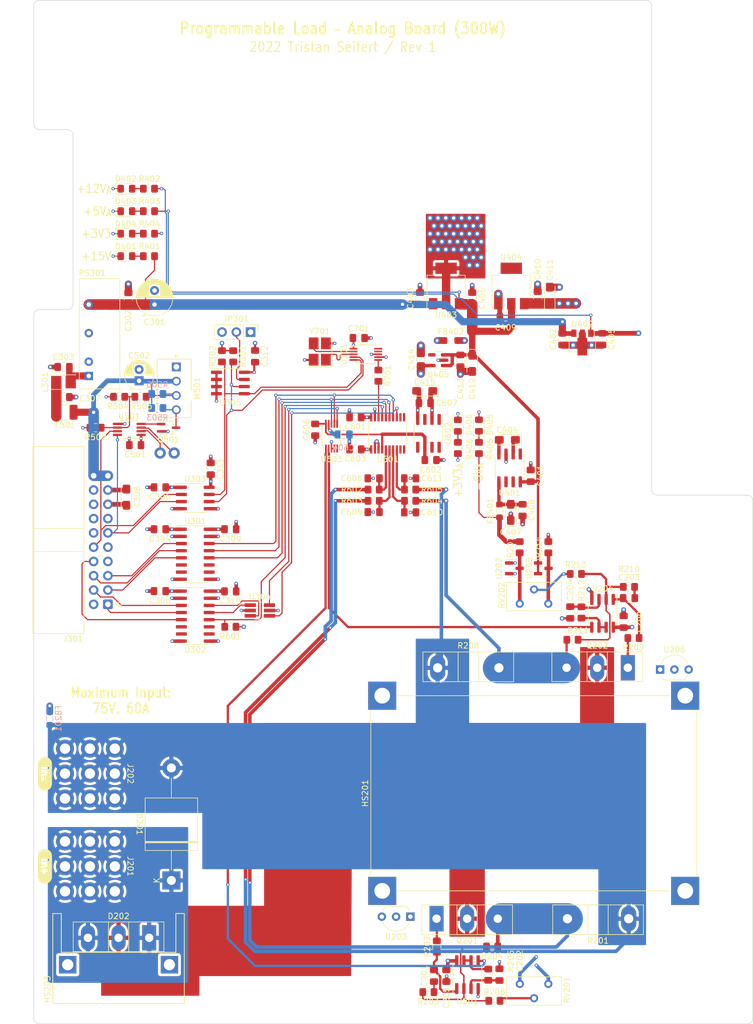
<source format=kicad_pcb>
(kicad_pcb (version 20220427) (generator pcbnew)
  (title_block (title "300W Analog Load Board") (rev "1"))
  (layers (0 "F.Cu" signal) (1 "In1.Cu" signal) (2 "In2.Cu" signal) (31 "B.Cu" signal) (34 "B.Paste" user) (35 "F.Paste" user) (36 "B.SilkS" user "B.Silkscreen") (37 "F.SilkS" user "F.Silkscreen") (38 "B.Mask" user) (39 "F.Mask" user) (44 "Edge.Cuts" user))
  (net 0 "")
  (net 1 "+15V")
  (net 2 "Net-(U201A-+)")
  (net 3 "GND2")
  (net 4 "+3.3VP")
  (net 5 "Net-(C307-Pad1)")
  (net 6 "VBUS")
  (net 7 "/External Interface/IN_SPI_SSEL0")
  (net 8 "/External Interface/IN_SPI_SSEL1")
  (net 9 "/External Interface/OUT_SPI_MISO")
  (net 10 "/External Interface/~{IN_SPI_CS}")
  (net 11 "+3V3")
  (net 12 "/External Interface/IN_SPI_SCK")
  (net 13 "/External Interface/IN_SPI_MOSI")
  (net 14 "/External Interface/~{OUT_IRQ}")
  (net 15 "/External Interface/~{IN_RESET}")
  (net 16 "Net-(U204A-+)")
  (net 18 "Net-(PS301-+Vin)")
  (net 19 "Net-(U401-CAP+)")
  (net 22 "Net-(U401-CAP-)")
  (net 23 "Net-(U401-VOUT)")
  (net 25 "/External Interface/~{SEL_EN}")
  (net 26 "/External Interface/SEL_0")
  (net 27 "/MOSFET Load/VBUS_IN")
  (net 28 "GNDPWR")
  (net 29 "+VDC")
  (net 30 "Net-(C201-Pad1)")
  (net 31 "+5VA")
  (net 32 "+12VA")
  (net 33 "Net-(D401-A)")
  (net 34 "Net-(D402-A)")
  (net 35 "Net-(D403-A)")
  (net 36 "Net-(D404-A)")
  (net 37 "Net-(D405-K)")
  (net 38 "-5VA")
  (net 39 "Net-(D406-A)")
  (net 41 "/Fan Control & Temperature Sensors/FAN_PWM")
  (net 42 "/I2C_SCL")
  (net 43 "/I2C_SDA")
  (net 44 "/Fan Control & Temperature Sensors/FAN_TACH")
  (net 45 "/Fan Control & Temperature Sensors/TEMP_DP")
  (net 46 "/Fan Control & Temperature Sensors/TEMP_DN")
  (net 47 "IN_I2C_SDA")
  (net 48 "IN_I2C_SCL")
  (net 49 "GND")
  (net 50 "Net-(JP301-C)")
  (net 51 "Net-(M501-Tacho)")
  (net 52 "Net-(M501-PWM)")
  (net 53 "Net-(Q201-G)")
  (net 54 "Net-(Q202-G)")
  (net 55 "Net-(U201A--)")
  (net 56 "Net-(C201-Pad2)")
  (net 57 "Net-(U204A--)")
  (net 58 "Net-(U701-CLK2)")
  (net 60 "Net-(R206-Pad1)")
  (net 61 "/MOSFET Load/OffRef-")
  (net 63 "/Analog stuff/VREF")
  (net 64 "GNDA")
  (net 65 "/Analog stuff/~{IRQ}")
  (net 66 "/Analog stuff/ADCCLK")
  (net 67 "+3V3A")
  (net 68 "/Analog stuff/~{CS_ADC}")
  (net 69 "/Analog stuff/SPI_SCK")
  (net 70 "/Analog stuff/SPI_MOSI")
  (net 71 "/Analog stuff/SPI_MISO")
  (net 80 "/Analog stuff/~{CS_DAC}")
  (net 81 "/ISet_{0")
  (net 82 "/ISet_{1")
  (net 83 "/Analog stuff/Sense_{0+")
  (net 84 "/Analog stuff/Sense_{0-")
  (net 85 "/Analog stuff/Sense_{1+")
  (net 86 "/Analog stuff/Sense_{1-")
  (net 91 "Net-(C203-Pad1)")
  (net 92 "Net-(C203-Pad2)")
  (net 98 "Net-(R213-Pad1)")
  (net 99 "/MOSFET Load/OffRef+")
  (net 102 "Net-(U701-XA)")
  (net 103 "Net-(U701-XB)")
  (net 104 "/ISense_{0")
  (net 105 "/ISense_{1")
  (net 108 "Net-(U201B--)")
  (net 109 "Net-(U204B--)")
  (footprint "Capacitor_SMD:C_0805_2012Metric_Pad1.18x1.45mm_HandSolder" (layer "F.Cu") (at 55 114.05)
    (fp_text reference "C309")
    (fp_text value "100nF" hide)
  )
  (footprint "kibuzzard-62803980" (layer "F.Cu") (at 22 174 -90)
    (fp_text reference "kibuzzard-62803980" hide)
    (fp_text value "G***" hide)
  )
  (footprint "programmable-load:Potentiometer_Nidec_Copal_CT94EY" (layer "F.Cu") (at 106.51 127.3 180)
    (fp_text reference "RV202")
    (fp_text value "10k" hide)
  )
  (footprint "Capacitor_SMD:C_0805_2012Metric_Pad1.18x1.45mm_HandSolder" (layer "F.Cu") (at 125.95 126.3)
    (fp_text reference "C203")
    (fp_text value "1nF" hide)
  )
  (footprint "Resistor_SMD:R_0805_2012Metric_Pad1.20x1.40mm_HandSolder" (layer "F.Cu") (at 101.6 188.25)
    (fp_text reference "R204")
    (fp_text value "1k" hide)
  )
  (footprint "Capacitor_SMD:C_0805_2012Metric_Pad1.18x1.45mm_HandSolder" (layer "F.Cu") (at 121.2 80.25 -90)
    (fp_text reference "C405")
    (fp_text value "4.7µF" hide)
  )
  (footprint "Package_SO:SOIC-8_3.9x4.9mm_P1.27mm" (layer "F.Cu") (at 104.7 103.15 -90)
    (fp_text reference "U401")
    (fp_text value "ICL7660" hide)
  )
  (footprint "Capacitor_SMD:C_0805_2012Metric_Pad1.18x1.45mm_HandSolder" (layer "F.Cu") (at 77.25 94.15 180)
    (fp_text reference "C601")
    (fp_text value "100nF" hide)
  )
  (footprint "Package_SO:MSOP-10_3x3mm_P0.5mm" (layer "F.Cu") (at 79.1125 82.95)
    (fp_text reference "U701")
    (fp_text value "Si5351A-B-GT" hide)
  )
  (footprint "Capacitor_SMD:C_0805_2012Metric_Pad1.18x1.45mm_HandSolder" (layer "F.Cu") (at 91.25 193.45 -90)
    (fp_text reference "C201")
    (fp_text value "1nF" hide)
  )
  (footprint "Resistor_SMD:R_0805_2012Metric_Pad1.20x1.40mm_HandSolder" (layer "F.Cu") (at 126.75 133.4)
    (fp_text reference "R209")
    (fp_text value "100R" hide)
  )
  (footprint "Capacitor_SMD:C_0805_2012Metric_Pad1.18x1.45mm_HandSolder" (layer "F.Cu") (at 87 111.05)
    (fp_text reference "C610")
    (fp_text value "100nF" hide)
  )
  (footprint "Package_TO_SOT_SMD:SOT-89-3" (layer "F.Cu") (at 117.65 80.85 -90)
    (fp_text reference "U402")
    (fp_text value "MCP1804x-C002xMB" hide)
  )
  (footprint "Package_SO:TSSOP-20_4.4x6.5mm_P0.65mm" (layer "F.Cu") (at 83 97 90)
    (fp_text reference "U601")
    (fp_text value "MCP3562" hide)
  )
  (footprint "Capacitor_Tantalum_SMD:CP_EIA-3216-18_Kemet-A_Pad1.58x1.35mm_HandSolder" (layer "F.Cu") (at 98.05 84.55 -90)
    (fp_text reference "C412")
    (fp_text value "10µF" hide)
  )
  (footprint "programmable-load:MillMax-2108-2" (layer "F.Cu") (at 45 100.5 90)
    (fp_text reference "J502" hide)
    (fp_text value "Conn_01x01" hide)
  )
  (footprint "Resistor_SMD:R_0805_2012Metric_Pad1.20x1.40mm_HandSolder" (layer "F.Cu") (at 125.95 124.3 180)
    (fp_text reference "R210")
    (fp_text value "1k" hide)
  )
  (footprint "programmable-load:WE-74651194" (layer "F.Cu") (at 30 174 180)
    (fp_text reference "J201")
    (fp_text value "Würth 74651194R" hide)
  )
  (footprint "Resistor_SMD:R_0805_2012Metric_Pad1.20x1.40mm_HandSolder" (layer "F.Cu") (at 115.9 133.7 180)
    (fp_text reference "R211")
    (fp_text value "1k" hide)
  )
  (footprint "LED_SMD:LED_0805_2012Metric_Pad1.15x1.40mm_HandSolder" (layer "F.Cu") (at 36.5 53.5)
    (fp_text reference "D402")
    (fp_text value "Green" hide)
  )
  (footprint "Capacitor_SMD:C_0805_2012Metric_Pad1.18x1.45mm_HandSolder" (layer "F.Cu") (at 104 76.3 180)
    (fp_text reference "C409")
    (fp_text value "4.7µF" hide)
  )
  (footprint "Package_TO_SOT_SMD:SOT-223-3_TabPin2" (layer "F.Cu") (at 93.4 70.8 90)
    (fp_text reference "U403")
    (fp_text value "MCP1703AT-5002E/DB" hide)
  )
  (footprint "Resistor_SMD:R_0805_2012Metric_Pad1.20x1.40mm_HandSolder" (layer "F.Cu") (at 111.6 117.25 90)
    (fp_text reference "R214")
    (fp_text value "1k" hide)
  )
  (footprint "Package_TO_SOT_SMD:SOT-23" (layer "F.Cu") (at 110.7 121)
    (fp_text reference "U205")
    (fp_text value "LM431SC" hide)
  )
  (footprint "LED_SMD:LED_0805_2012Metric_Pad1.15x1.40mm_HandSolder" (layer "F.Cu") (at 95.5 95.625 -90)
    (fp_text reference "D406")
    (fp_text value "Green" hide)
  )
  (footprint "Capacitor_SMD:C_0805_2012Metric_Pad1.18x1.45mm_HandSolder" (layer "F.Cu") (at 80.5 111)
    (fp_text reference "C609")
    (fp_text value "100nF" hide)
  )
  (footprint "Resistor_SMD:R_0805_2012Metric_Pad1.20x1.40mm_HandSolder" (layer "F.Cu") (at 80.5 109)
    (fp_text reference "R603")
    (fp_text value "1k" hide)
  )
  (footprint "kibuzzard-6280396F" (layer "F.Cu") (at 22 157.55 -90)
    (fp_text reference "kibuzzard-6280396F" hide)
    (fp_text value "G***" hide)
  )
  (footprint "Capacitor_SMD:C_0805_2012Metric_Pad1.18x1.45mm_HandSolder" (layer "F.Cu") (at 55 125.1)
    (fp_text reference "C310")
    (fp_text value "100nF" hide)
  )
  (footprint "Package_SO:SOIC-16_3.9x9.9mm_P1.27mm" (layer "F.Cu") (at 48.75 118.5)
    (fp_text reference "U301")
    (fp_text value "ADUM131D" hide)
  )
  (footprint "Crystal:Crystal_SMD_SeikoEpson_TSX3225-4Pin_3.2x2.5mm_HandSoldering" (layer "F.Cu") (at 70.9125 82.45 90)
    (fp_text reference "Y701")
    (fp_text value "25MHz" hide)
  )
  (footprint "Connector_IDC:IDC-Header_2x10_P2.54mm_Horizontal" (layer "F.Cu") (at 33.2 127.4 180)
    (fp_text reference "J301")
    (fp_text value "Conn_02x10_Odd_Even" hide)
  )
  (footprint "programmable-load:Molex-47053-1000-MFG" (layer "F.Cu") (at 45 89 90)
    (fp_text reference "M501")
    (fp_text value "Fan_4pin" hide)
  )
  (footprint "Package_TO_SOT_SMD:SOT-23" (layer "F.Cu") (at 105.55 121)
    (fp_text reference "U202")
    (fp_text value "LM431SC" hide)
  )
  (footprint "Capacitor_Tantalum_SMD:CP_EIA-3216-18_Kemet-A_Pad1.58x1.35mm_HandSolder" (layer "F.Cu") (at 89.6 89.45 180)
    (fp_text reference "C415")
    (fp_text value "10µF" hide)
  )
  (footprint "Capacitor_SMD:C_0805_2012Metric_Pad1.18x1.45mm_HandSolder" (layer "F.Cu") (at 70.1 96.3625 -90)
    (fp_text reference "C606")
    (fp_text value "4.7µF" hide)
  )
  (footprint "Capacitor_SMD:C_0805_2012Metric_Pad1.18x1.45mm_HandSolder" (layer "F.Cu") (at 108.4625 104.55 90)
    (fp_text reference "C401")
    (fp_text value "4.7µF" hide)
  )
  (footprint "Package_TO_SOT_SMD:SOT-223" (layer "F.Cu") (at 105 70.8 90)
    (fp_text reference "U404")
    (fp_text value "XC6203E33" hide)
  )
  (footprint "Capacitor_SMD:C_0805_2012Metric_Pad1.18x1.45mm_HandSolder" (layer "F.Cu") (at 42.45 125.05 180)
    (fp_text reference "C305")
    (fp_text value "100nF" hide)
  )
  (footprint "Capacitor_Tantalum_SMD:CP_EIA-3216-18_Kemet-A_Pad1.58x1.35mm_HandSolder" (layer "F.Cu") (at 111.85 72.45 90)
    (fp_text reference "C411")
    (fp_text value "10µF" hide)
  )
  (footprint "Package_TO_SOT_SMD:SOT-323_SC-70_Handsoldering" (layer "F.Cu") (at 44 96)
    (fp_text reference "Q501")
    (fp_text value "MMBT3904" hide)
  )
  (footprint "Capacitor_SMD:C_0805_2012Metric_Pad1.18x1.45mm_HandSolder" (layer "F.Cu") (at 59.4 83.3 90)
    (fp_text reference "C312")
    (fp_text value "100nF" hide)
  )
  (footprint "LED_SMD:LED_0805_2012Metric_Pad1.15x1.40mm_HandSolder" (layer "F.Cu") (at 36.5 65.5)
    (fp_text reference "D401")
    (fp_text value "Green" hide)
  )
  (footprint "programmable-load:CONV_PCN2-S12-S15-S" (layer "F.Cu") (at 29.8 86.8 90)
    (fp_text reference "PS301")
    (fp_text value "PCN2-S12-S15-S" hide)
  )
  (footprint "Capacitor_Tantalum_SMD:CP_EIA-3216-18_Kemet-A_Pad1.58x1.35mm_HandSolder" (layer "F.Cu") (at 104.3 98.15 180)
    (fp_text reference "C404")
    (fp_text value "10µF" hide)
  )
  (footprint "Resistor_SMD:R_0805_2012Metric_Pad1.20x1.40mm_HandSolder" (layer "F.Cu") (at 55.5 83.3 90)
    (fp_text reference "R301")
    (fp_text value "2k2" hide)
  )
  (footprint "Resistor_SMD:R_0805_2012Metric_Pad1.20x1.40mm_HandSolder" (layer "F.Cu") (at 40.5 61.5 180)
    (fp_text reference "R404")
    (fp_text value "1k" hide)
  )
  (footprint "Capacitor_SMD:C_0805_2012Metric_Pad1.18x1.45mm_HandSolder" (layer "F.Cu") (at 80.5 105 180)
    (fp_text reference "C608")
    (fp_text value "100nF" hide)
  )
  (footprint "Capacitor_SMD:C_0805_2012Metric_Pad1.18x1.45mm_HandSolder" (layer "F.Cu") (at 42.45 106.6 180)
    (fp_text reference "C306")
    (fp_text value "100nF" hide)
  )
  (footprint "Capacitor_SMD:C_0805_2012Metric_Pad1.18x1.45mm_HandSolder" (layer "F.Cu") (at 25.3 90.55)
    (fp_text reference "C307")
    (fp_text value "4.7µF" hide)
  )
  (footprint "Resistor_SMD:R_0805_2012Metric_Pad1.20x1.40mm_HandSolder" (layer "F.Cu") (at 100.9 193.25 90)
    (fp_text reference "R205")
    (fp_text value "4k99" hide)
  )
  (footprint "Capacitor_SMD:C_0805_2012Metric_Pad1.18x1.45mm_HandSolder" (layer "F.Cu") (at 25.3 85.2 180)
    (fp_text reference "C303")
    (fp_text value "4.7µF" hide)
  )
  (footprint "Inductor_SMD:L_0805_2012Metric_Pad1.05x1.20mm_HandSolder" (layer "F.Cu") (at 102.90625 110.8 -90)
    (fp_text reference "FB401")
    (fp_text value "FerriteBead_Small" hide)
  )
  (footprint "Capacitor_SMD:C_0805_2012Metric_Pad1.18x1.45mm_HandSolder" (layer "F.Cu") (at 102.9 193.25 90)
    (fp_text reference "C202")
    (fp_text value "22nF" hide)
  )
  (footprint "Resistor_SMD:R_0805_2012Metric_Pad1.20x1.40mm_HandSolder" (layer "F.Cu") (at 55 131.4)
    (fp_text reference "R601")
    (fp_text value "10k" hide)
  )
  (footprint "programmable-load:Potentiometer_Nidec_Copal_CT94EY" (layer "F.Cu") (at 111.6 194.9)
    (fp_text reference "RV201")
    (fp_text value "10k" hide)
  )
  (footprint "Package_TO_SOT_THT:TO-247-3_Vertical" (layer "F.Cu") (at 125.75 138.68 180)
    (fp_text reference "Q202")
    (fp_text value "IXTH80N075L2" hide)
  )
  (footprint "Resistor_SMD:R_0805_2012Metric_Pad1.20x1.40mm_HandSolder" (layer "F.Cu") (at 87 109 180)
    (fp_text reference "R604")
    (fp_text value "1k" hide)
  )
  (footprint "Capacitor_SMD:C_0805_2012Metric_Pad1.18x1.45mm_HandSolder" (layer "F.Cu") (at 95.95 84.1 -90)
    (fp_text reference "C413")
    (fp_text value "4.7µF" hide)
  )
  (footprint "Capacitor_SMD:C_0805_2012Metric_Pad1.18x1.45mm_HandSolder" (layer "F.Cu") (at 115.5 128.85 -90)
    (fp_text reference "C204")
    (fp_text value "22nF" hide)
  )
  (footprint "Capacitor_SMD:C_0805_2012Metric_Pad1.18x1.45mm_HandSolder" (layer "F.Cu") (at 51.5 103.3 90)
    (fp_text reference "C311")
    (fp_text value "100nF" hide)
  )
  (footprint "Resistor_SMD:R_0805_2012Metric_Pad1.20x1.40mm_HandSolder" (layer "F.Cu") (at 39 90.5 180)
    (fp_text reference "R505")
    (fp_text value "27k4" hide)
  )
  (footprint "Package_TO_SOT_THT:TO-92_Inline_Wide" (layer "F.Cu") (at 87.04 182.94 180)
    (fp_text reference "U203")
    (fp_text value "LMT86LMT" hide)
  )
  (footprint "LED_SMD:LED_0805_2012Metric_Pad1.15x1.40mm_HandSolder" (layer "F.Cu") (at 36.5 61.5)
    (fp_text reference "D404")
    (fp_text value "Green" hide)
  )
  (footprint "Capacitor_SMD:C_0805_2012Metric_Pad1.18x1.45mm_HandSolder" (layer "F.Cu") (at 114.1 80.25 -90)
    (fp_text reference "C402")
    (fp_text value "4.7µF" hide)
  )
  (footprint "programmable-load:WE-74651194" (layer "F.Cu") (at 30 157.5 180)
    (fp_text reference "J202")
    (fp_text value "Würth 74651194R" hide)
  )
  (footprint "Capacitor_SMD:C_0805_2012Metric_Pad1.18x1.45mm_HandSolder" (layer "F.Cu") (at 125 130.5 -90)
    (fp_text reference "C206")
    (fp_text value "100nF" hide)
  )
  (footprint "Package_SO:SOIC-16_3.9x9.9mm_P1.27mm" (layer "F.Cu") (at 48.75 129.5)
    (fp_text reference "U302")
    (fp_text value "ADUM131D" hide)
  )
  (footprint "Capacitor_SMD:C_0805_2012Metric_Pad1.18x1.45mm_HandSolder" (layer "F.Cu") (at 77.85 80.05)
    (fp_text reference "C701")
    (fp_text value "100nF" hide)
  )
  (footprint "Capacitor_Tantalum_SMD:CP_EIA-3216-18_Kemet-A_Pad1.58x1.35mm_HandSolder" (layer "F.Cu") (at 104.90625 111.05 90)
    (fp_text reference "C407")
    (fp_text value "10µF" hide)
  )
  (footprint "Resistor_SMD:R_0805_2012Metric_Pad1.20x1.40mm_HandSolder" (layer "F.Cu") (at 87 107 180)
    (fp_text reference "R605")
    (fp_text value "1k" hide)
  )
  (footprint "Resistor_SMD:R_0805_2012Metric_Pad1.20x1.40mm_HandSolder" (layer "F.Cu") (at 117.5 128.85 -90)
    (fp_text reference "R212")
    (fp_text value "4k99" hide)
  )
  (footprint "Package_SO:SOIC-8_3.9x4.9mm_P1.27mm" (layer "F.Cu") (at 121.25 129 -90)
    (fp_text reference "U204")
    (fp_text value "ADA4522-2" hide)
  )
  (footprint "Resistor_SMD:R_0805_2012Metric_Pad1.20x1.40mm_HandSolder" (layer "F.Cu") (at 91.75 188.25 -90)
    (fp_text reference "R202")
    (fp_text value "100R" hide)
  )
  (footprint "Resistor_SMD:R_0805_2012Metric_Pad1.20x1.40mm_HandSolder" (layer "F.Cu") (at 99.25 99.6 90)
    (fp_text reference "R405")
    (fp_text value "2k2" hide)
  )
  (footprint "Capacitor_SMD:C_0805_2012Metric_Pad1.18x1.45mm_HandSolder" (layer "F.Cu") (at 88.9 83.9 90)
    (fp_text reference "C414")
    (fp_text value "4.7µF" hide)
  )
  (footprint "programmable-load:Ohmite-WA-T247-101E-MFG" (layer "F.Cu") (at 35.1 190.38 90)
    (fp_text reference "HS203")
    (fp_text value "WV-T247-101E" hide)
  )
  (footprint "Resistor_SMD:R_0805_2012Metric_Pad1.20x1.40mm_HandSolder" (layer "F.Cu") (at 35.2 90.5)
    (fp_text reference "R504")
    (fp_text value "10k" hide)
  )
  (footprint "Resistor_SMD:R_0805_2012Metric_Pad1.20x1.40mm_HandSolder" (layer "F.Cu") (at 40.5 57.5 180)
    (fp_text reference "R403")
    (fp_text value "2k2" hide)
  )
  (footprint "Capacitor_SMD:C_0805_2012Metric_Pad1.18x1.45mm_HandSolder" (layer "F.Cu") (at 88.75 73.0125 90)
    (fp_text reference "C403")
    (fp_text value "4.7µF" hide)
  )
  (footprint "Capacitor_SMD:C_0805_2012Metric_Pad1.18x1.45mm_HandSolder" (layer "F.Cu") (at 98.05 73.0125 90)
    (fp_text reference "C406")
    (fp_text value "4.7µF" hide)
  )
  (footprint "Package_TO_SOT_THT:TO-247-3_Vertical" (layer "F.Cu") (at 91.7 183.3)
    (fp_text reference "Q201")
    (fp_text value "IXTH80N075L2" hide)
  )
  (footprint "Fuse:Fuse_1210_3225Metric_Pad1.42x2.65mm_HandSolder" (layer "F.Cu") (at 25.6 93.25)
    (fp_text reference "F301")
    (fp_text value "350mA" hide)
  )
  (footprint "Resistor_SMD:R_0805_2012Metric_Pad1.20x1.40mm_HandSolder" (layer "F.Cu") (at 81.35 86.75 -90)
    (fp_text reference "R701")
    (fp_text value "0R" hide)
  )
  (footprint "Capacitor_SMD:C_0805_2012Metric_Pad1.18x1.45mm_HandSolder" (layer "F.Cu") (at 89.6 91.6 180)
    (fp_text reference "C607")
    (fp_text value "100nF" hide)
  )
  (footprint "Resistor_SMD:R_0805_2012Metric_Pad1.20x1.40mm_HandSolder" (layer "F.Cu") (at 116.5 122)
    (fp_text reference "R213")
    (fp_text value "330k (?)" hide)
  )
  (footprint "LED_SMD:LED_0805_2012Metric_Pad1.15x1.40mm_HandSolder" (layer "F.Cu") (at 99.25 95.6 90)
    (fp_text reference "D405")
    (fp_text value "Green" hide)
  )
  (footprint "Capacitor_SMD:C_0805_2012Metric_Pad1.18x1.45mm_HandSolder" (layer "F.Cu") (at 36.85 73.05 90)
    (fp_text reference "C302")
    (fp_text value "10µF" hide)
  )
  (footprint "programmable-load:C40-058-AE-DUAL" (layer "F.Cu") (at 80 161 90)
    (fp_text reference "HS201")
    (fp_text value "2x C40-058-AE" hide)
  )
  (footprint "Capacitor_THT:CP_Radial_D5.0mm_P2.00mm" (layer "F.Cu") (at 38.75 87.65 90)
    (fp_text reference "C502")
    (fp_text value "10µF" hide)
  )
  (footprint "Package_TO_SOT_SMD:TSOT-23-6_HandSoldering" (layer "F.Cu") (at 60.25 128.5)
    (fp_text reference "U304")
    (fp_text value "74LVC1G19" hide)
  )
  (footprint "programmable-load:TO-247-2_Vertical" (layer "F.Cu") (at 102.8 138.7 180)
    (fp_text reference "R208")
    (fp_text value ".05R" hide)
  )
  (footprint "Package_SO:MSOP-8_3x3mm_P0.65mm" (layer "F.Cu") (at 37 96.3 180)
    (fp_text reference "U501")
    (fp_text value "EMC2101-R" hide)
  )
  (footprint "Diode_THT:D_P600_R-6_P20.00mm_Horizontal" (layer "F.Cu") (at 44.5 176.5 90)
    (fp_text reference "D201")
    (fp_text value "5KP78A" hide)
  )
  (footprint "Capacitor_THT:CP_Radial_D6.3mm_P2.50mm" (layer "F.Cu") (at 41.5 74.1 90)
    (fp_text reference "C301")
    (fp_text value "47µF" hide)
  )
  (footprint "programmable-load:MillMax-2108-2" (layer "F.Cu") (at 42.5 100.5)
    (fp_text reference "J501" hide)
    (fp_text value "Conn_01x01" hide)
  )
  (footprint "LED_SMD:LED_0805_2012Metric_Pad1.15x1.40mm_HandSolder" (layer "F.Cu") (at 36.5 57.5)
    (fp_text reference "D403")
    (fp_text value "Green" hide)
  )
  (footprint "Package_TO_SOT_THT:TO-92_Inline_Wide" (layer "F.Cu") (at 131.5 139)
    (fp_text reference "U206")
    (fp_text value "LMT86LMT" hide)
  )
  (footprint "Package_SO:SOIC-8_3.9x4.9mm_P1.27mm" (layer "F.Cu") (at 90.255 97 -90)
    (fp_text reference "U602")
    (fp_text value "MAX6166" hide)
  )
  (footprint "Package_SO:MSOP-10_3x3mm_P0.5mm" (layer "F.Cu") (at 73 97.5 90)
    (fp_text reference "U603")
    (fp_text value "DAC8562" hide)
  )
  (footprint "Package_TO_SOT_THT:TO-247-3_Vertical" (layer "F.Cu") (at 40.55 186.7 180)
    (fp_text reference "D202")
    (fp_text value "DSA120C150QB" hide)
  )
  (footprint "Resistor_SMD:R_0805_2012Metric_Pad1.20x1.40mm_HandSolder" (layer "F.Cu") (at 102 197.9 180)
    (fp_text reference "R206")
    (fp_text value "330k (?)" hide)
  )
  (footprint "Resistor_SMD:R_0805_2012Metric_Pad1.20x1.40mm_HandSolder" (layer "F.Cu") (at 80.5 107)
    (fp_text reference "R602")
    (fp_text value "1k" hide)
  )
  (footprint "Capacitor_SMD:C_0805_2012Metric_Pad1.18x1.45mm_HandSolder" (layer "F.Cu") (at 109.7 72.85 90)
    (fp_text reference "C410")
    (fp_text value "4.7µF" hide)
  )
  (footprint "Package_TO_SOT_SMD:SOT-23-5" (layer "F.Cu") (at 92 84 180)
    (fp_text reference "U405")
    (fp_text value "LP5907MFX-3.3" hide)
  )
  (footprint "Capacitor_SMD:C_0805_2012Metric_Pad1.18x1.45mm_HandSolder" (layer "F.Cu") (at 77.25 99.85 180)
    (fp_text reference "C603")
    (fp_text value "100nF" hide)
  )
  (footprint "Resistor_SMD:R_0805_2012Metric_Pad1.20x1.40mm_HandSolder" (layer "F.Cu") (at 40.5 65.5 180)
    (fp_text reference "R401")
    (fp_text value "7k5" hide)
  )
  (footprint "programmable-load:TO-247-2_Vertical" (layer "F.Cu") (at 115 183.3)
    (fp_text reference "R201")
    (fp_text value ".05R" hide)
  )
  (footprint "Capacitor_SMD:C_0805_2012Metric_Pad1.18x1.45mm_HandSolder" (layer "F.Cu") (at 107.00625 110.65 -90)
    (fp_text reference "C408")
    (fp_text value "100nF" hide)
  )
  (footprint "Package_SO:SOIC-8_3.9x4.9mm_P1.27mm" (layer "F.Cu") (at 48.75 108.5)
    (fp_text reference "U303")
    (fp_text value "ADUM1250" hide)
  )
  (footprint "Resistor_SMD:R_0805_2012Metric_Pad1.20x1.40mm_HandSolder" (layer "F.Cu") (at 95.5 99.6 90)
    (fp_text reference "R406")
    (fp_text value "1k" hide)
  )
  (footprint "Capacitor_SMD:C_0805_2012Metric_Pad1.18x1.45mm_HandSolder" (layer "F.Cu") (at 90.65 101.75)
    (fp_text reference "C602")
    (fp_text value "4.7µF" hide)
  )
  (footprint "Resistor_SMD:R_0805_2012Metric_Pad1.20x1.40mm_HandSolder" (layer "F.Cu") (at 40.5 53.5 180)
    (fp_text reference "R402")
    (fp_text value "4k99" hide)
  )
  (footprint "Capacitor_Tantalum_SMD:CP_EIA-3216-18_Kemet-A_Pad1.58x1.35mm_HandSolder" (layer "F.Cu") (at 36.5 108.35 90)
    (fp_text reference "C308")
    (fp_text value "10µF" hide)
  )
  (footprint "Capacitor_SMD:C_0805_2012Metric_Pad1.18x1.45mm_HandSolder" (layer "F.Cu") (at 93.45 193.45 90)
    (fp_text reference "C205")
    (fp_text value "100nF" hide)
  )
  (footprint "Resistor_SMD:R_0805_2012Metric_Pad1.20x1.40mm_HandSolder" (layer "F.Cu") (at 106.5 117.25 90)
    (fp_text reference "R207")
    (fp_text value "1k" hide)
  )
  (footprint "Inductor_SMD:L_Taiyo-Yuden_NR-24xx_HandSoldering" (layer "F.Cu") (at 25.3 87.9 180)
    (fp_text reference "L301")
    (fp_text value "6.8µH" hide)
  )
  (footprint "Package_SO:SOIC-8_3.9x4.9mm_P1.27mm" (layer "F.Cu") (at 55 88.05)
    (fp_text reference "U305")
    (fp_text value "AT24CS32-SSHM" hide)
  )
  (footprint "Resistor_SMD:R_0805_2012Metric_Pad1.20x1.40mm_HandSolder" (layer "F.Cu") (at 31 96)
    (fp_text reference "R502")
    (fp_text value "10k" hide)
  )
  (footprint "Capacitor_SMD:C_0805_2012Metric_Pad1.18x1.45mm_HandSolder" (layer "F.Cu") (at 42.45 114.05 180)
    (fp_text reference "C304")
    (fp_text value "100nF" hide)
  )
  (footprint "Capacitor_SMD:C_0805_2012Metric_Pad1.18x1.45mm_HandSolder" (layer "F.Cu") (at 87 105 180)
    (fp_text reference "C611")
    (fp_text value "100nF" hide)
  )
  (footprint "Capacitor_SMD:C_0805_2012Metric_Pad1.18x1.45mm_HandSolder" (layer "F.Cu") (at 38.05 99.1 180)
    (fp_text reference "C501")
    (fp_text value "100nF" hide)
  )
  (footprint "Resistor_SMD:R_0805_2012Metric_Pad1.20x1.40mm_HandSolder" (layer "F.Cu") (at 90.25 196.35 180)
    (fp_text reference "R203")
    (fp_text value "1k" hide)
  )
  (footprint "Connector_PinHeader_2.54mm:PinHeader_1x03_P2.54mm_Vertical" (layer "F.Cu") (at 58.6 79 -90)
    (fp_text reference "JP301")
    (fp_text value "Cfg WP" hide)
  )
  (footprint "Package_SO:SOIC-8_3.9x4.9mm_P1.27mm" (layer "F.Cu") (at 97.2 193.25 90)
    (fp_text reference "U201")
    (fp_text value "ADA4522-2" hide)
  )
  (footprint "Inductor_SMD:L_0805_2012Metric_Pad1.05x1.20mm_HandSolder" (layer "F.Cu") (at 94.25 80.5 180)
    (fp_text reference "FB402")
    (fp_text value "FerriteBead_Small" hide)
  )
  (footprint "Resistor_SMD:R_0805_2012Metric_Pad1.20x1.40mm_HandSolder" (layer "F.Cu") (at 53.5 83.3 90)
    (fp_text reference "R302")
    (fp_text value "2k2" hide)
  )
  (footprint "Capacitor_SMD:C_0805_2012Metric_Pad1.18x1.45mm_HandSolder" (layer "B.Cu") (at 75.15 97.2)
    (fp_text reference "C604")
    (fp_text value "100nF" hide)
  )
  (footprint "Inductor_SMD:L_0805_2012Metric_Pad1.05x1.20mm_HandSolder" (layer "B.Cu") (at 22.85 147.7 90)
    (fp_text reference "FB201")
    (fp_text value "FerriteBead_Small" hide)
  )
  (footprint "Resistor_SMD:R_0805_2012Metric_Pad1.20x1.40mm_HandSolder" (layer "B.Cu") (at 42 90 180)
    (fp_text reference "R506")
    (fp_text value "4k7" hide)
  )
  (footprint "Resistor_SMD:R_0805_2012Metric_Pad1.20x1.40mm_HandSolder" (layer "B.Cu") (at 42 92.5 180)
    (fp_text reference "R503")
    (fp_text value "4k7" hide)
  )
  (gr_line (start 21 20) (end 129 20) (stroke (width 0.1)) (layer "Edge.Cuts"))
  (gr_line (start 148 109) (end 148 201) (stroke (width 0.1)) (layer "Edge.Cuts"))
  (gr_arc (start 129 20) (mid 129.707107 20.292893) (end 130 21) (stroke (width 0.1)) (layer "Edge.Cuts"))
  (gr_arc (start 131 108) (mid 130.292893 107.707107) (end 130 107) (stroke (width 0.1)) (layer "Edge.Cuts"))
  (gr_arc (start 20 76) (mid 20.292893 75.292893) (end 21 75) (stroke (width 0.1)) (layer "Edge.Cuts"))
  (gr_line (start 131 108) (end 147 108) (stroke (width 0.1)) (layer "Edge.Cuts"))
  (gr_arc (start 27 74) (mid 26.707107 74.707107) (end 26 75) (stroke (width 0.1)) (layer "Edge.Cuts"))
  (gr_line (start 20 201) (end 20 76) (stroke (width 0.1)) (layer "Edge.Cuts"))
  (gr_arc (start 147 108) (mid 147.707107 108.292893) (end 148 109) (stroke (width 0.1)) (layer "Edge.Cuts"))
  (gr_arc (start 21 43) (mid 20.292893 42.707107) (end 20 42) (stroke (width 0.1)) (layer "Edge.Cuts"))
  (gr_line (start 26 43) (end 21 43) (stroke (width 0.1)) (layer "Edge.Cuts"))
  (gr_arc (start 21 202) (mid 20.292893 201.707107) (end 20 201) (stroke (width 0.1)) (layer "Edge.Cuts"))
  (gr_arc (start 20 21) (mid 20.292893 20.292893) (end 21 20) (stroke (width 0.1)) (layer "Edge.Cuts"))
  (gr_line (start 27 74) (end 27 44) (stroke (width 0.1)) (layer "Edge.Cuts"))
  (gr_line (start 20 42) (end 20 21) (stroke (width 0.1)) (layer "Edge.Cuts"))
  (gr_line (start 21 202) (end 147 202) (stroke (width 0.1)) (layer "Edge.Cuts"))
  (gr_line (start 130 21) (end 130 107) (stroke (width 0.1)) (layer "Edge.Cuts"))
  (gr_arc (start 148 201) (mid 147.707107 201.707107) (end 147 202) (stroke (width 0.1)) (layer "Edge.Cuts"))
  (gr_arc (start 26 43) (mid 26.707107 43.292893) (end 27 44) (stroke (width 0.1)) (layer "Edge.Cuts"))
  (gr_line (start 21 75) (end 26 75) (stroke (width 0.1)) (layer "Edge.Cuts"))
  (gr_text "Programmable Load – Analog Board (300W)" (at 75 25) (layer "F.SilkS") (effects (font (size 2 1.74) (thickness 0.35))))
  (gr_text "+15V" (at 33.95 65.5) (layer "F.SilkS") (effects (font (size 1.5 1.33) (thickness 0.2)) (justify right)))
  (gr_text "+3V3_{A}" (at 95.5 102.15 90) (layer "F.SilkS") (effects (font (size 1.5 1.33) (thickness 0.2)) (justify right)))
  (gr_text "+12V_{A}" (at 33.95 53.5) (layer "F.SilkS") (effects (font (size 1.5 1.33) (thickness 0.2)) (justify right)))
  (gr_text "+5V_{A}" (at 33.95 57.5) (layer "F.SilkS") (effects (font (size 1.5 1.33) (thickness 0.2)) (justify right)))
  (gr_text "2022 Tristan Seifert / Rev 1" (at 75 28.3) (layer "F.SilkS") (effects (font (size 1.74 1.5) (thickness 0.2))))
  (gr_text "-5V_{A}" (at 99.2 102.15 90) (layer "F.SilkS") (effects (font (size 1.5 1.33) (thickness 0.2)) (justify right)))
  (gr_text "+3V3" (at 33.95 61.5) (layer "F.SilkS") (effects (font (size 1.5 1.33) (thickness 0.2)) (justify right)))
  (gr_text "Maximum Input:\n75V, 60A" (at 35.5 144.5) (layer "F.SilkS") (effects (font (size 1.74 1.5) (thickness 0.3))))
  (segment (start 88.75 74.05) (end 91.0625 74.05) (width 0.8382) (layer "F.Cu") (net 1))
  (segment (start 39.9 74.1) (end 41.9 74.1) (width 1.8796) (layer "F.Cu") (net 1))
  (segment (start 33.65 74.1) (end 39.9 74.1) (width 1.8796) (layer "F.Cu") (net 1))
  (segment (start 29.8 74.1) (end 33.65 74.1) (width 1.8796) (layer "F.Cu") (net 1))
  (segment (start 39.9 69.6) (end 39.9 74.1) (width 0.2032) (layer "F.Cu") (net 1))
  (segment (start 114.1 77.15) (end 114.1 79.2125) (width 1.27) (layer "F.Cu") (net 1))
  (segment (start 116.1375 79.25) (end 116.15 79.2375) (width 0.8382) (layer "F.Cu") (net 1))
  (segment (start 114.1 79.25) (end 116.1375 79.25) (width 0.8382) (layer "F.Cu") (net 1))
  (segment (start 41.5 68) (end 39.9 69.6) (width 0.2032) (layer "F.Cu") (net 1))
  (segment (start 88.75 74.05) (end 85.65 74.05) (width 1.27) (layer "F.Cu") (net 1))
  (segment (start 41.5 65.5) (end 41.5 68) (width 0.2032) (layer "F.Cu") (net 1))
  (via (at 114.1 77.15) (size 1) (drill 0.5) (layers "F.Cu" "B.Cu") (net 1))
  (via (at 85.65 74.05) (size 1.2) (drill 0.6) (layers "F.Cu" "B.Cu") (net 1))
  (segment (start 85.65 74.1) (end 93.3 74.1) (width 1.27) (layer "B.Cu") (net 1))
  (segment (start 96.35 77.15) (end 114.1 77.15) (width 1.27) (layer "B.Cu") (net 1))
  (segment (start 41.5 74.1) (end 85.65 74.1) (width 1.8796) (layer "B.Cu") (net 1))
  (segment (start 93.3 74.1) (end 96.35 77.15) (width 1.27) (layer "B.Cu") (net 1))
  (segment (start 97.835 194.4725) (end 97.835 195.7325) (width 0.4064) (layer "F.Cu") (net 2))
  (segment (start 98.05 194.2575) (end 97.835 194.4725) (width 0.4064) (layer "F.Cu") (net 2))
  (segment (start 102.75 194.2575) (end 98.05 194.2575) (width 0.4064) (layer "F.Cu") (net 2))
  (segment (start 36.175 95.325) (end 36.2 95.3) (width 0.4064) (layer "F.Cu") (net 3))
  (segment (start 41.4125 114.05) (end 40.15 114.05) (width 0.635) (layer "F.Cu") (net 3))
  (segment (start 27.55 90.55) (end 26.3375 90.55) (width 0.8382) (layer "F.Cu") (net 3))
  (segment (start 46.275 115.325) (end 44.625 115.325) (width 0.6) (layer "F.Cu") (net 3))
  (segment (start 37.0125 97.9125) (end 37 97.9) (width 0.4064) (layer "F.Cu") (net 3))
  (segment (start 46.275 126.325) (end 44.625 126.325) (width 0.6) (layer "F.Cu") (net 3))
  (segment (start 22.95 85.2) (end 24.2625 85.2) (width 0.8382) (layer "F.Cu") (net 3))
  (segment (start 33.2 107.08) (end 36.3325 107.08) (width 0.8382) (layer "F.Cu") (net 3))
  (segment (start 34.8875 95.325) (end 36.175 95.325) (width 0.4064) (layer "F.Cu") (net 3))
  (segment (start 41.4125 125.05) (end 40.15 125.05) (width 0.635) (layer "F.Cu") (net 3))
  (segment (start 42.67 96.65) (end 43.9 96.65) (width 0.45) (layer "F.Cu") (net 3))
  (segment (start 44.655 122.945) (end 44.65 122.95) (width 0.4064) (layer "F.Cu") (net 3))
  (segment (start 46.275 110.405) (end 44.605 110.405) (width 0.6) (layer "F.Cu") (net 3))
  (segment (start 41.4125 106.6) (end 40.15 106.6) (width 0.635) (layer "F.Cu") (net 3))
  (segment (start 44.625 115.325) (end 44.6 115.3) (width 0.4064) (layer "F.Cu") (net 3))
  (segment (start 34.2 90.5) (end 32.9 90.5) (width 0.2032) (layer "F.Cu") (net 3))
  (segment (start 44.605 110.405) (end 44.6 110.4) (width 0.6) (layer "F.Cu") (net 3))
  (segment (start 46.275 122.945) (end 44.655 122.945) (width 0.6) (layer "F.Cu") (net 3))
  (segment (start 46.275 133.945) (end 44.655 133.945) (width 0.6) (layer "F.Cu") (net 3))
  (segment (start 44.655 133.945) (end 44.65 133.95) (width 0.4064) (layer "F.Cu") (net 3))
  (segment (start 37.0125 99.1) (end 37.0125 97.9125) (width 0.4064) (layer "F.Cu") (net 3))
  (segment (start 44.625 126.325) (end 44.6 126.3) (width 0.4064) (layer "F.Cu") (net 3))
  (via (at 44.6 126.325) (size 0.6) (drill 0.3) (layers "F.Cu" "B.Cu") (net 3))
  (via (at 40.15 125.05) (size 0.6) (drill 0.3) (layers "F.Cu" "B.Cu") (net 3))
  (via (at 32.9 90.5) (size 0.6) (drill 0.3) (layers "F.Cu" "B.Cu") (net 3))
  (via (at 22.95 85.2) (size 0.8) (drill 0.4) (layers "F.Cu" "B.Cu") (net 3))
  (via (at 44.6 115.325) (size 0.6) (drill 0.3) (layers "F.Cu" "B.Cu") (net 3))
  (via (at 37 97.9) (size 0.6) (drill 0.3) (layers "F.Cu" "B.Cu") (net 3))
  (via (at 44.65 122.945) (size 0.6) (drill 0.3) (layers "F.Cu" "B.Cu") (net 3))
  (via (at 44.65 133.945) (size 0.6) (drill 0.3) (layers "F.Cu" "B.Cu") (net 3))
  (via (at 43.9 96.65) (size 0.6) (drill 0.3) (layers "F.Cu" "B.Cu") (net 3))
  (via (at 36.2 95.325) (size 0.6) (drill 0.3) (layers "F.Cu" "B.Cu") (net 3))
  (via (at 27.55 90.55) (size 0.8) (drill 0.4) (layers "F.Cu" "B.Cu") (net 3))
  (via (at 40.15 106.6) (size 0.6) (drill 0.3) (layers "F.Cu" "B.Cu") (net 3))
  (via (at 40.15 114.05) (size 0.6) (drill 0.3) (layers "F.Cu" "B.Cu") (net 3))
  (via (at 44.6 110.405) (size 0.6) (drill 0.3) (layers "F.Cu" "B.Cu") (net 3))
  (segment (start 39.1125 99.075) (end 39.0875 99.1) (width 0.4064) (layer "F.Cu") (net 4))
  (segment (start 46.275 114.055) (end 44.595 114.055) (width 0.6) (layer "F.Cu") (net 4))
  (segment (start 39.1125 97.275) (end 39.1125 99.075) (width 0.4064) (layer "F.Cu") (net 4))
  (segment (start 43.4925 114.055) (end 43.4875 114.05) (width 0.4064) (layer "F.Cu") (net 4))
  (segment (start 33.2 109.62) (end 36.3325 109.62) (width 0.8382) (layer "F.Cu") (net 4))
  (segment (start 46.275 125.055) (end 43.4925 125.055) (width 0.6) (layer "F.Cu") (net 4))
  (segment (start 46.275 106.595) (end 43.8 106.595) (width 0.6) (layer "F.Cu") (net 4))
  (segment (start 44.595 114.055) (end 43.4925 114.055) (width 0.6) (layer "F.Cu") (net 4))
  (segment (start 30 96) (end 28.75 96) (width 0.2032) (layer "F.Cu") (net 4))
  (segment (start 43.4925 125.055) (end 43.4875 125.05) (width 0.4064) (layer "F.Cu") (net 4))
  (via (at 44.6 125.055) (size 0.6) (drill 0.3) (layers "F.Cu" "B.Cu") (net 4))
  (via (at 39.1125 97.9125) (size 0.6) (drill 0.3) (layers "F.Cu" "B.Cu") (net 4))
  (via (at 28.75 96) (size 0.6) (drill 0.3) (layers "F.Cu" "B.Cu") (net 4))
  (via (at 44.6 114.055) (size 0.6) (drill 0.3) (layers "F.Cu" "B.Cu") (net 4))
  (via (at 44.6 106.595) (size 0.6) (drill 0.3) (layers "F.Cu" "B.Cu") (net 4))
  (segment (start 24.0125 87.9) (end 24.0125 94) (width 1.85) (layer "F.Cu") (net 5))
  (segment (start 27.0875 93.25) (end 30.65 93.25) (width 1.27) (layer "F.Cu") (net 6))
  (segment (start 30.65 93.25) (end 30.66 93.26) (width 1.27) (layer "F.Cu") (net 6))
  (via (at 30.66 93.26) (size 1.2) (drill 0.6) (layers "F.Cu" "B.Cu") (net 6))
  (segment (start 30.66 93.26) (end 30.66 104.54) (width 1.8796) (layer "B.Cu") (net 6))
  (segment (start 38.5 87.65) (end 38.58 87.73) (width 0.8382) (layer "B.Cu") (net 6))
  (segment (start 33.1 87.65) (end 38.5 87.65) (width 0.8382) (layer "B.Cu") (net 6))
  (segment (start 45.38 87.73) (end 41.08 87.73) (width 0.8382) (layer "B.Cu") (net 6))
  (segment (start 30.65 90.1) (end 33.1 87.65) (width 0.8382) (layer "B.Cu") (net 6))
  (segment (start 33.2 104.54) (end 30.66 104.54) (width 1.8796) (layer "B.Cu") (net 6))
  (segment (start 41 89.8) (end 41 87.81) (width 0.2032) (layer "B.Cu") (net 6))
  (segment (start 41 92.8) (end 41 89.8) (width 0.2032) (layer "B.Cu") (net 6))
  (segment (start 38.58 87.73) (end 41.08 87.73) (width 0.8382) (layer "B.Cu") (net 6))
  (segment (start 30.66 90.1) (end 30.66 93.26) (width 0.8382) (layer "B.Cu") (net 6))
  (segment (start 41 87.81) (end 41.08 87.73) (width 0.2032) (layer "B.Cu") (net 6))
  (segment (start 33.2 128.35) (end 33.2 127.4) (width 0.2032) (layer "F.Cu") (net 7))
  (segment (start 46.275 128.865) (end 33.715 128.865) (width 0.2032) (layer "F.Cu") (net 7))
  (segment (start 33.715 128.865) (end 33.2 128.35) (width 0.2032) (layer "F.Cu") (net 7))
  (segment (start 46.275 119.135) (end 41.565 119.135) (width 0.2032) (layer "F.Cu") (net 9))
  (segment (start 41.565 119.135) (end 35.84 124.86) (width 0.2032) (layer "F.Cu") (net 9))
  (segment (start 35.84 124.86) (end 33.2 124.86) (width 0.2032) (layer "F.Cu") (net 9))
  (segment (start 35.595 127.595) (end 34.1 126.1) (width 0.2032) (layer "F.Cu") (net 10))
  (segment (start 31.9 126.1) (end 30.66 124.86) (width 0.2032) (layer "F.Cu") (net 10))
  (segment (start 46.275 127.595) (end 35.595 127.595) (width 0.2032) (layer "F.Cu") (net 10))
  (segment (start 34.1 126.1) (end 31.9 126.1) (width 0.2032) (layer "F.Cu") (net 10))
  (segment (start 57.475 86.145) (end 59.245 86.145) (width 0.4064) (layer "F.Cu") (net 11))
  (segment (start 59.4 84.3375) (end 59.25 84.4875) (width 0.4064) (layer "F.Cu") (net 11))
  (segment (start 51.225 114.055) (end 53.9575 114.055) (width 0.6) (layer "F.Cu") (net 11))
  (segment (start 41.5 61.45) (end 42.75 61.45) (width 0.2032) (layer "F.Cu") (net 11))
  (segment (start 53.5 82.3) (end 53.5 80.95) (width 0.254) (layer "F.Cu") (net 11))
  (segment (start 59.25 84.4875) (end 59.25 86.15) (width 0.4064) (layer "F.Cu") (net 11))
  (segment (start 81.3125 83.45) (end 82.7125 83.45) (width 0.3) (layer "F.Cu") (net 11))
  (segment (start 59.245 86.145) (end 59.25 86.15) (width 0.4064) (layer "F.Cu") (net 11))
  (segment (start 53.9575 114.055) (end 53.9625 114.05) (width 0.6) (layer "F.Cu") (net 11))
  (segment (start 76.9125 80.1875) (end 76.9125 81.95) (width 0.3) (layer "F.Cu") (net 11))
  (segment (start 51.225 125.055) (end 53.9175 125.055) (width 0.6) (layer "F.Cu") (net 11))
  (segment (start 55.5 82.3) (end 53.5 82.3) (width 0.254) (layer "F.Cu") (net 11))
  (segment (start 56 131.4) (end 57.4 131.4) (width 0.2032) (layer "F.Cu") (net 11))
  (segment (start 51.5 106.32) (end 51.5 104.9) (width 0.6) (layer "F.Cu") (net 11))
  (segment (start 61.92 128.5) (end 63.51 128.5) (width 0.4064) (layer "F.Cu") (net 11))
  (segment (start 53.9175 125.055) (end 53.9625 125.1) (width 0.6) (layer "F.Cu") (net 11))
  (segment (start 107.5 73.9) (end 116.5 73.9) (width 1.8796) (layer "F.Cu") (net 11))
  (segment (start 78.2875 94.15) (end 79.95 94.15) (width 0.635) (layer "F.Cu") (net 11))
  (via (at 113.55 73.9) (size 1.2) (drill 0.6) (layers "F.Cu" "B.Cu") (net 11))
  (via (at 79.3 94.15) (size 0.6) (drill 0.3) (layers "F.Cu" "B.Cu") (net 11))
  (via (at 57.4 131.4) (size 0.8) (drill 0.4) (layers "F.Cu" "B.Cu") (net 11))
  (via (at 52.85 114.055) (size 0.6) (drill 0.3) (layers "F.Cu" "B.Cu") (net 11))
  (via (at 115.1 73.9) (size 1.2) (drill 0.6) (layers "F.Cu" "B.Cu") (net 11))
  (via (at 63.51 128.5) (size 0.6) (drill 0.3) (layers "F.Cu" "B.Cu") (net 11))
  (via (at 76.9125 81.3) (size 0.6) (drill 0.3) (layers "F.Cu" "B.Cu") (net 11))
  (via (at 59.25 86.15) (size 0.6) (drill 0.3) (layers "F.Cu" "B.Cu") (net 11))
  (via (at 82.7125 83.45) (size 0.6) (drill 0.3) (layers "F.Cu" "B.Cu") (net 11))
  (via (at 51.5 105.55) (size 0.6) (drill 0.3) (layers "F.Cu" "B.Cu") (net 11))
  (via (at 42.75 61.45) (size 0.6) (drill 0.3) (layers "F.Cu" "B.Cu") (net 11))
  (via (at 53.5 80.95) (size 0.8) (drill 0.4) (layers "F.Cu" "B.Cu") (net 11))
  (via (at 52.85 125.055) (size 0.6) (drill 0.3) (layers "F.Cu" "B.Cu") (net 11))
  (via (at 116.55 73.9) (size 1.2) (drill 0.6) (layers "F.Cu" "B.Cu") (net 11))
  (segment (start 43.172412 116.595) (end 37.447412 122.32) (width 0.2032) (layer "F.Cu") (net 12))
  (segment (start 46.275 116.595) (end 43.172412 116.595) (width 0.2032) (layer "F.Cu") (net 12))
  (segment (start 37.447412 122.32) (end 33.2 122.32) (width 0.2032) (layer "F.Cu") (net 12))
  (segment (start 42.368706 117.865) (end 46.275 117.865) (width 0.2032) (layer "F.Cu") (net 13))
  (segment (start 30.66 122.32) (end 31.94 123.6) (width 0.2032) (layer "F.Cu") (net 13))
  (segment (start 31.94 123.6) (end 36.633706 123.6) (width 0.2032) (layer "F.Cu") (net 13))
  (segment (start 36.633706 123.6) (end 42.368706 117.865) (width 0.2032) (layer "F.Cu") (net 13))
  (segment (start 29.585 130.135) (end 28.6 129.15) (width 0.2032) (layer "F.Cu") (net 14))
  (segment (start 46.275 130.135) (end 29.585 130.135) (width 0.2032) (layer "F.Cu") (net 14))
  (segment (start 28.6 129.15) (end 28.6 120.2) (width 0.2032) (layer "F.Cu") (net 14))
  (segment (start 28.6 120.2) (end 29.02 119.78) (width 0.2032) (layer "F.Cu") (net 14))
  (segment (start 29.02 119.78) (end 30.66 119.78) (width 0.2032) (layer "F.Cu") (net 14))
  (segment (start 117.4625 127.8125) (end 117.5 127.85) (width 0.4064) (layer "F.Cu") (net 16))
  (segment (start 117.65 128) (end 117.5 127.85) (width 0.4064) (layer "F.Cu") (net 16))
  (segment (start 115.5 127.8125) (end 117.4625 127.8125) (width 0.4064) (layer "F.Cu") (net 16))
  (segment (start 120.615 127.635) (end 120.25 128) (width 0.4064) (layer "F.Cu") (net 16))
  (segment (start 120.615 126.525) (end 120.615 127.635) (width 0.4064) (layer "F.Cu") (net 16))
  (segment (start 120.25 128) (end 117.65 128) (width 0.4064) (layer "F.Cu") (net 16))
  (segment (start 26.3375 85.2) (end 26.3375 86.5375) (width 1.15) (layer "F.Cu") (net 18))
  (segment (start 29.8 86.8) (end 26.6 86.8) (width 1.27) (layer "F.Cu") (net 18))
  (segment (start 26.3375 86.5375) (end 26.3375 87.65) (width 1.15) (layer "F.Cu") (net 18))
  (segment (start 105.3475 100.675) (end 105.3475 98.3025) (width 0.6) (layer "F.Cu") (net 19))
  (segment (start 105.3475 98.3025) (end 105.5 98.15) (width 0.6) (layer "F.Cu") (net 19))
  (segment (start 102.8075 100.675) (end 102.8075 98.3325) (width 0.6) (layer "F.Cu") (net 22))
  (segment (start 102.91875 109.65) (end 106.98125 109.65) (width 0.635) (layer "F.Cu") (net 23))
  (segment (start 102.8075 105.625) (end 102.8075 109.6075) (width 0.6) (layer "F.Cu") (net 23))
  (segment (start 102.8075 109.6075) (end 102.8125 109.6125) (width 0.635) (layer "F.Cu") (net 23))
  (segment (start 59.95 129.45) (end 58.54 129.45) (width 0.2032) (layer "F.Cu") (net 25))
  (segment (start 60.05 126.95) (end 60.05 129.35) (width 0.2032) (layer "F.Cu") (net 25))
  (segment (start 56.288706 127.595) (end 57.083706 126.8) (width 0.2032) (layer "F.Cu") (net 25))
  (segment (start 57.083706 126.8) (end 59.9 126.8) (width 0.2032) (layer "F.Cu") (net 25))
  (segment (start 51.225 127.595) (end 56.288706 127.595) (width 0.2032) (layer "F.Cu") (net 25))
  (segment (start 59.9 126.8) (end 60.05 126.95) (width 0.2032) (layer "F.Cu") (net 25))
  (segment (start 60.05 129.35) (end 59.95 129.45) (width 0.2032) (layer "F.Cu") (net 25))
  (segment (start 56.8 127.55) (end 58.54 127.55) (width 0.2032) (layer "F.Cu") (net 26))
  (segment (start 55.485 128.865) (end 56.8 127.55) (width 0.2032) (layer "F.Cu") (net 26))
  (segment (start 51.225 128.865) (end 55.485 128.865) (width 0.2032) (layer "F.Cu") (net 26))
  (segment (start 73.7 109) (end 79.5 109) (width 0.635) (layer "F.Cu") (net 28))
  (segment (start 72.8 131.55) (end 57.7 146.65) (width 0.635) (layer "F.Cu") (net 28))
  (segment (start 57.7 146.65) (end 57.7 176.35) (width 0.635) (layer "F.Cu") (net 28))
  (segment (start 88 107) (end 93.4 107) (width 0.635) (layer "F.Cu") (net 28))
  (via (at 57.7 176.35) (size 0.6) (drill 0.3) (layers "F.Cu" "B.Cu") (net 28))
  (via (at 93.4 107) (size 0.8) (drill 0.4) (layers "F.Cu" "B.Cu") (net 28))
  (via (at 73.7 109) (size 0.6) (drill 0.3) (layers "F.Cu" "B.Cu") (net 28))
  (via (at 72.8 131.55) (size 0.6) (drill 0.3) (layers "F.Cu" "B.Cu") (net 28))
  (segment (start 72.8 131.55) (end 73.7 130.65) (width 0.635) (layer "B.Cu") (net 28))
  (segment (start 59.35 189.1) (end 57.7 187.45) (width 0.635) (layer "B.Cu") (net 28))
  (segment (start 123.65 189.1) (end 59.35 189.1) (width 0.635) (layer "B.Cu") (net 28))
  (segment (start 93.4 107) (end 92.555989 107.844011) (width 0.635) (layer "B.Cu") (net 28))
  (segment (start 92.555989 107.844011) (end 92.555989 138.044011) (width 0.635) (layer "B.Cu") (net 28))
  (segment (start 92.555989 138.044011) (end 91.9 138.7) (width 0.635) (layer "B.Cu") (net 28))
  (segment (start 57.7 187.45) (end 57.7 176.35) (width 0.635) (layer "B.Cu") (net 28))
  (segment (start 125.9 183.3) (end 125.9 186.85) (width 0.635) (layer "B.Cu") (net 28))
  (segment (start 73.7 130.65) (end 73.7 109) (width 0.635) (layer "B.Cu") (net 28))
  (segment (start 125.9 186.85) (end 123.65 189.1) (width 0.635) (layer "B.Cu") (net 28))
  (segment (start 92.35 193.55) (end 92.35 195.75) (width 0.4064) (layer "F.Cu") (net 30))
  (segment (start 92.85 196.25) (end 95.1 196.25) (width 0.4064) (layer "F.Cu") (net 30))
  (segment (start 91.25 192.4125) (end 91.25 192.45) (width 0.4064) (layer "F.Cu") (net 30))
  (segment (start 91.25 191.05) (end 91.25 192.4125) (width 0.4064) (layer "F.Cu") (net 30))
  (segment (start 92.35 195.75) (end 92.8 196.2) (width 0.4064) (layer "F.Cu") (net 30))
  (segment (start 92.8 196.2) (end 92.85 196.25) (width 0.4064) (layer "F.Cu") (net 30))
  (segment (start 91.75 190.55) (end 91.25 191.05) (width 0.4064) (layer "F.Cu") (net 30))
  (segment (start 91.25 192.45) (end 92.35 193.55) (width 0.4064) (layer "F.Cu") (net 30))
  (segment (start 91.75 189.25) (end 91.75 190.55) (width 0.4064) (layer "F.Cu") (net 30))
  (segment (start 93.1375 83.05) (end 94.3 83.05) (width 0.6) (layer "F.Cu") (net 31))
  (segment (start 93.1375 84.95) (end 94.2 84.95) (width 0.6) (layer "F.Cu") (net 31))
  (segment (start 109.7375 105.5875) (end 109.7625 105.5625) (width 0.6) (layer "F.Cu") (net 31))
  (segment (start 109.7625 120.05) (end 109.7625 105.5625) (width 0.4064) (layer "F.Cu") (net 31))
  (segment (start 105.0375 76.3) (end 105.0375 78.1625) (width 1.27) (layer "F.Cu") (net 31))
  (segment (start 98.05 83.1125) (end 98.0625 83.1) (width 0.6) (layer "F.Cu") (net 31))
  (segment (start 109.7625 94.4125) (end 109.7625 105.5625) (width 0.635) (layer "F.Cu") (net 31))
  (segment (start 94.5 84.65) (end 94.5 83.25) (width 0.6) (layer "F.Cu") (net 31))
  (segment (start 97.9875 83.05) (end 98.05 83.1125) (width 0.6) (layer "F.Cu") (net 31))
  (segment (start 98 74.05) (end 95.9 74.05) (width 1.8796) (layer "F.Cu") (net 31))
  (segment (start 94.3 83.05) (end 97.9875 83.05) (width 0.6) (layer "F.Cu") (net 31))
  (segment (start 98.05 78.85) (end 98.05 83.1125) (width 1.15) (layer "F.Cu") (net 31))
  (segment (start 105.0375 76.3) (end 105.0375 73.9875) (width 1.27) (layer "F.Cu") (net 31))
  (segment (start 94.2 84.95) (end 94.5 84.65) (width 0.6) (layer "F.Cu") (net 31))
  (segment (start 43.95 57.5) (end 41.5 57.5) (width 0.2032) (layer "F.Cu") (net 31))
  (segment (start 105.0375 73.9875) (end 105 73.95) (width 0.8382) (layer "F.Cu") (net 31))
  (segment (start 106.6175 105.625) (end 108.425 105.625) (width 0.6) (layer "F.Cu") (net 31))
  (segment (start 108.4625 105.5875) (end 109.7375 105.5875) (width 0.6) (layer "F.Cu") (net 31))
  (segment (start 98.0625 83.1) (end 98.45 83.1) (width 0.635) (layer "F.Cu") (net 31))
  (segment (start 95.75 71.9) (end 95.7 71.95) (width 0.2032) (layer "F.Cu") (net 31))
  (segment (start 95.7 71.95) (end 95.7 73.95) (width 0.2032) (layer "F.Cu") (net 31))
  (segment (start 94.5 83.25) (end 94.3 83.05) (width 0.6) (layer "F.Cu") (net 31))
  (segment (start 108.425 105.625) (end 108.4625 105.5875) (width 0.6) (layer "F.Cu") (net 31))
  (segment (start 104.35 78.85) (end 98.05 78.85) (width 1.27) (layer "F.Cu") (net 31))
  (segment (start 98.05 74.05) (end 98.05 78.85) (width 1.8796) (layer "F.Cu") (net 31))
  (segment (start 109.7625 121.95) (end 109.7625 120.05) (width 0.4064) (layer "F.Cu") (net 31))
  (segment (start 105.0375 78.1625) (end 104.35 78.85) (width 1.27) (layer "F.Cu") (net 31))
  (segment (start 98.45 83.1) (end 109.7625 94.4125) (width 0.635) (layer "F.Cu") (net 31))
  (via (at 95.75 71.9) (size 0.6) (drill 0.3) (layers "F.Cu" "B.Cu") (net 31))
  (via (at 43.95 57.5) (size 0.6) (drill 0.3) (layers "F.Cu" "B.Cu") (net 31))
  (segment (start 44.75 71.9) (end 95.75 71.9) (width 0.2032) (layer "B.Cu") (net 31))
  (segment (start 43.95 57.5) (end 43.95 71.1) (width 0.2032) (layer "B.Cu") (net 31))
  (segment (start 43.95 71.1) (end 44.75 71.9) (width 0.2032) (layer "B.Cu") (net 31))
  (segment (start 126.475 131.475) (end 123.2 131.475) (width 0.635) (layer "F.Cu") (net 32))
  (segment (start 41.5 53.5) (end 42.75 53.5) (width 0.2032) (layer "F.Cu") (net 32))
  (segment (start 121.2 79.2125) (end 127.6375 79.2125) (width 0.8382) (layer "F.Cu") (net 32))
  (segment (start 93.7 190.8) (end 95.27 190.8) (width 0.635) (layer "F.Cu") (net 32))
  (segment (start 95.27 190.8) (end 95.295 190.775) (width 0.635) (layer "F.Cu") (net 32))
  (segment (start 126.5 131.45) (end 126.475 131.475) (width 0.635) (layer "F.Cu") (net 32))
  (segment (start 93.7 192.2125) (end 93.5 192.4125) (width 0.635) (layer "F.Cu") (net 32))
  (segment (start 127.6375 79.2125) (end 127.65 79.2) (width 0.8382) (layer "F.Cu") (net 32))
  (segment (start 93.7 190.8) (end 93.7 192.2125) (width 0.635) (layer "F.Cu") (net 32))
  (segment (start 120.2375 79.2375) (end 121.1875 79.2375) (width 0.8382) (layer "F.Cu") (net 32))
  (segment (start 119.15 79.2) (end 119.15 76) (width 0.2032) (layer "F.Cu") (net 32))
  (segment (start 119.15 79.2375) (end 120.2375 79.2375) (width 0.8382) (layer "F.Cu") (net 32))
  (via (at 126.5 131.45) (size 0.8) (drill 0.4) (layers "F.Cu" "B.Cu") (net 32))
  (via (at 93.7 190.8) (size 0.8) (drill 0.4) (layers "F.Cu" "B.Cu") (net 32))
  (via (at 42.75 53.5) (size 0.6) (drill 0.3) (layers "F.Cu" "B.Cu") (net 32))
  (via (at 127.65 79.2) (size 1) (drill 0.5) (layers "F.Cu" "B.Cu") (net 32))
  (via (at 119.15 76) (size 0.6) (drill 0.3) (layers "F.Cu" "B.Cu") (net 32))
  (segment (start 96.05 73) (end 95.5 73) (width 0.2032) (layer "B.Cu") (net 32))
  (segment (start 119.15 76) (end 99.05 76) (width 0.2032) (layer "B.Cu") (net 32))
  (segment (start 95.5 73) (end 94.72972 72.22972) (width 0.2032) (layer "B.Cu") (net 32))
  (segment (start 43.1 53.5) (end 42.75 53.5) (width 0.2032) (layer "B.Cu") (net 32))
  (segment (start 43.62028 71.236574) (end 43.62028 57.97028) (width 0.2032) (layer "B.Cu") (net 32))
  (segment (start 43.62028 57.97028) (end 43.421889 57.771889) (width 0.2032) (layer "B.Cu") (net 32))
  (segment (start 43.421889 53.821889) (end 43.1 53.5) (width 0.2032) (layer "B.Cu") (net 32))
  (segment (start 44.613425 72.229719) (end 43.62028 71.236574) (width 0.2032) (layer "B.Cu") (net 32))
  (segment (start 99.05 76) (end 96.05 73) (width 0.2032) (layer "B.Cu") (net 32))
  (segment (start 94.72972 72.22972) (end 44.613425 72.229719) (width 0.2032) (layer "B.Cu") (net 32))
  (segment (start 43.421889 57.771889) (end 43.421889 53.821889) (width 0.2032) (layer "B.Cu") (net 32))
  (segment (start 39.5 65.5) (end 37.525 65.5) (width 0.2032) (layer "F.Cu") (net 33))
  (segment (start 37.525 53.5) (end 39.5 53.5) (width 0.2032) (layer "F.Cu") (net 34))
  (segment (start 37.525 57.5) (end 39.5 57.5) (width 0.2032) (layer "F.Cu") (net 35))
  (segment (start 39.5 61.45) (end 37.525 61.45) (width 0.2032) (layer "F.Cu") (net 36))
  (segment (start 99.25 96.625) (end 99.25 98.6) (width 0.2032) (layer "F.Cu") (net 37))
  (segment (start 102.90625 115.05625) (end 104.1 116.25) (width 0.8382) (layer "F.Cu") (net 38))
  (segment (start 100.1 111.95) (end 102.90625 111.95) (width 0.2032) (layer "F.Cu") (net 38))
  (segment (start 99.25 100.6) (end 99.25 111.1) (width 0.2032) (layer "F.Cu") (net 38))
  (segment (start 102.90625 112.45) (end 102.90625 115.05625) (width 0.8382) (layer "F.Cu") (net 38))
  (segment (start 99.25 111.1) (end 100.1 111.95) (width 0.2032) (layer "F.Cu") (net 38))
  (segment (start 104.1 116.25) (end 106.5 116.25) (width 0.8382) (layer "F.Cu") (net 38))
  (segment (start 95.5 96.65) (end 95.5 98.6) (width 0.2032) (layer "F.Cu") (net 39))
  (segment (start 42.67 95.35) (end 39.1375 95.35) (width 0.2032) (layer "F.Cu") (net 41))
  (segment (start 39.1375 95.35) (end 39.1125 95.325) (width 0.2032) (layer "F.Cu") (net 41))
  (segment (start 77.986574 83.45) (end 78.6 84.063426) (width 0.2032) (layer "F.Cu") (net 42))
  (segment (start 52.915 109.135) (end 51.225 109.135) (width 0.2032) (layer "F.Cu") (net 42))
  (segment (start 60.7 89.3) (end 57.1 92.9) (width 0.2032) (layer "F.Cu") (net 42))
  (segment (start 76.9125 83.45) (end 77.986574 83.45) (width 0.2032) (layer "F.Cu") (net 42))
  (segment (start 55.2 92.9) (end 54.329719 93.770281) (width 0.2032) (layer "F.Cu") (net 42))
  (segment (start 57.475 88.685) (end 55.535 88.685) (width 0.2032) (layer "F.Cu") (net 42))
  (segment (start 76 89.3) (end 60.7 89.3) (width 0.2032) (layer "F.Cu") (net 42))
  (segment (start 78.6 86.7) (end 76 89.3) (width 0.2032) (layer "F.Cu") (net 42))
  (segment (start 54.329719 107.720281) (end 52.915 109.135) (width 0.2032) (layer "F.Cu") (net 42))
  (segment (start 55.2 88.35) (end 55.2 84.6) (width 0.2032) (layer "F.Cu") (net 42))
  (segment (start 55.535 88.685) (end 55.2 88.35) (width 0.2032) (layer "F.Cu") (net 42))
  (segment (start 54.329719 93.770281) (end 54.329719 107.720281) (width 0.2032) (layer "F.Cu") (net 42))
  (segment (start 57.1 92.9) (end 55.2 92.9) (width 0.2032) (layer "F.Cu") (net 42))
  (segment (start 78.6 84.063426) (end 78.6 86.7) (width 0.2032) (layer "F.Cu") (net 42))
  (via (at 55.2 88.35) (size 0.6) (drill 0.3) (layers "F.Cu" "B.Cu") (net 42))
  (via (at 55.2 92.9) (size 0.6) (drill 0.3) (layers "F.Cu" "B.Cu") (net 42))
  (segment (start 55.2 92.9) (end 55.2 88.35) (width 0.2032) (layer "B.Cu") (net 42))
  (segment (start 54 92.4) (end 54 89.9) (width 0.2032) (layer "F.Cu") (net 43))
  (segment (start 53.185 107.865) (end 54 107.05) (width 0.2032) (layer "F.Cu") (net 43))
  (segment (start 57.475 89.955) (end 54.055 89.955) (width 0.2032) (layer "F.Cu") (net 43))
  (segment (start 54.055 89.955) (end 54 89.9) (width 0.2032) (layer "F.Cu") (net 43))
  (segment (start 54 89.9) (end 54 88.35) (width 0.2032) (layer "F.Cu") (net 43))
  (segment (start 54 84.3) (end 54 88.35) (width 0.2032) (layer "F.Cu") (net 43))
  (segment (start 75.75 88.8) (end 60.45 88.8) (width 0.2032) (layer "F.Cu") (net 43))
  (segment (start 76.9125 83.95) (end 78.02028 83.95) (width 0.2032) (layer "F.Cu") (net 43))
  (segment (start 59.295 89.955) (end 57.475 89.955) (width 0.2032) (layer "F.Cu") (net 43))
  (segment (start 51.225 107.865) (end 53.185 107.865) (width 0.2032) (layer "F.Cu") (net 43))
  (segment (start 54 107.05) (end 54 92.4) (width 0.2032) (layer "F.Cu") (net 43))
  (segment (start 78.27028 86.27972) (end 75.75 88.8) (width 0.2032) (layer "F.Cu") (net 43))
  (segment (start 78.02028 83.95) (end 78.27028 84.2) (width 0.2032) (layer "F.Cu") (net 43))
  (segment (start 78.27028 84.2) (end 78.27028 86.27972) (width 0.2032) (layer "F.Cu") (net 43))
  (segment (start 60.45 88.8) (end 59.295 89.955) (width 0.2032) (layer "F.Cu") (net 43))
  (segment (start 36.2 90.5) (end 37.05 90.5) (width 0.2032) (layer "F.Cu") (net 44))
  (segment (start 36.675 95.975) (end 37.05 95.6) (width 0.2032) (layer "F.Cu") (net 44))
  (segment (start 37.05 90.5) (end 37.05 95.6) (width 0.2032) (layer "F.Cu") (net 44))
  (segment (start 34.8875 95.975) (end 32.025 95.975) (width 0.2032) (layer "F.Cu") (net 44))
  (segment (start 37.05 90.5) (end 38 90.5) (width 0.2032) (layer "F.Cu") (net 44))
  (segment (start 34.8875 95.975) (end 36.675 95.975) (width 0.2032) (layer "F.Cu") (net 44))
  (segment (start 32.025 95.975) (end 32 96) (width 0.2032) (layer "F.Cu") (net 44))
  (segment (start 40.275001 96.525001) (end 42.5 98.75) (width 0.2) (layer "F.Cu") (net 45))
  (segment (start 39.1125 96.625) (end 39.212499 96.525001) (width 0.2) (layer "F.Cu") (net 45))
  (segment (start 42.5 98.75) (end 42.5 100.5) (width 0.2) (layer "F.Cu") (net 45))
  (segment (start 39.212499 96.525001) (end 40.275001 96.525001) (width 0.2) (layer "F.Cu") (net 45))
  (segment (start 39.1125 95.975) (end 39.212499 96.074999) (width 0.2) (layer "F.Cu") (net 46))
  (segment (start 40.424999 96.074999) (end 44.85 100.5) (width 0.2) (layer "F.Cu") (net 46))
  (segment (start 44.85 100.5) (end 45 100.5) (width 0.2) (layer "F.Cu") (net 46))
  (segment (start 39.212499 96.074999) (end 40.424999 96.074999) (width 0.2) (layer "F.Cu") (net 46))
  (segment (start 32.8 113.4) (end 37.733706 113.4) (width 0.2032) (layer "F.Cu") (net 47))
  (segment (start 33.575 96.625) (end 34.8875 96.625) (width 0.2032) (layer "F.Cu") (net 47))
  (segment (start 31.95 114.25) (end 32.8 113.4) (width 0.2032) (layer "F.Cu") (net 47))
  (segment (start 31.95 114.55) (end 31.95 98.25) (width 0.2032) (layer "F.Cu") (net 47))
  (segment (start 31.95 114.55) (end 31.95 114.25) (width 0.2032) (layer "F.Cu") (net 47))
  (segment (start 30.66 117.24) (end 31.95 115.95) (width 0.2032) (layer "F.Cu") (net 47))
  (segment (start 31.95 98.25) (end 33.575 96.625) (width 0.2032) (layer "F.Cu") (net 47))
  (segment (start 31.95 115.95) (end 31.95 114.55) (width 0.2032) (layer "F.Cu") (net 47))
  (segment (start 43.268706 107.865) (end 46.275 107.865) (width 0.2032) (layer "F.Cu") (net 47))
  (segment (start 37.733706 113.4) (end 43.268706 107.865) (width 0.2032) (layer "F.Cu") (net 47))
  (segment (start 42.465 109.135) (end 36.9 114.7) (width 0.2032) (layer "F.Cu") (net 48))
  (segment (start 36.9 114.7) (end 33.2 114.7) (width 0.2032) (layer "F.Cu") (net 48))
  (segment (start 46.275 109.135) (end 42.465 109.135) (width 0.2032) (layer "F.Cu") (net 48))
  (segment (start 34.8875 98.1375) (end 34.9 98.15) (width 0.2032) (layer "F.Cu") (net 48))
  (segment (start 34.8875 97.275) (end 34.8875 98.1375) (width 0.2032) (layer "F.Cu") (net 48))
  (via (at 34.9 98.15) (size 0.6) (drill 0.3) (layers "F.Cu" "B.Cu") (net 48))
  (segment (start 34.9 113.95) (end 34.15 114.7) (width 0.2032) (layer "B.Cu") (net 48))
  (segment (start 34.9 98.15) (end 34.9 113.95) (width 0.2032) (layer "B.Cu") (net 48))
  (segment (start 34.15 114.7) (end 33.2 114.7) (width 0.2032) (layer "B.Cu") (net 48))
  (segment (start 102.7 73.95) (end 102.7 72.2) (width 1.5) (layer "F.Cu") (net 49))
  (segment (start 99.105 195.725) (end 99.105 197.145) (width 0.4064) (layer "F.Cu") (net 49))
  (segment (start 35.475 65.5) (end 34.15 65.5) (width 0.2032) (layer "F.Cu") (net 49))
  (segment (start 76.2 94.15) (end 76.2 92.8625) (width 0.635) (layer "F.Cu") (net 49))
  (segment (start 79.4625 105) (end 80.5 105) (width 0.2032) (layer "F.Cu") (net 49))
  (segment (start 93.4 74.0125) (end 93.4 67.7125) (width 1.5) (layer "F.Cu") (net 49))
  (segment (start 35.4625 53.5) (end 34.1375 53.5) (width 0.2032) (layer "F.Cu") (net 49))
  (segment (start 117.65 79.325) (end 117.65 81.2625) (width 1.27) (layer "F.Cu") (net 49))
  (segment (start 52.525 89.955) (end 52.525 86.145) (width 0.4064) (layer "F.Cu") (net 49))
  (segment (start 98.05 85.9875) (end 96.4625 85.9875) (width 1.27) (layer "F.Cu") (net 49))
  (segment (start 95.95 85.2) (end 95.95 86.5) (width 1.27) (layer "F.Cu") (net 49))
  (segment (start 51.225 126.325) (end 52.825 126.325) (width 0.6) (layer "F.Cu") (net 49))
  (segment (start 80.05 80.05) (end 78.9375 80.05) (width 0.635) (layer "F.Cu") (net 49))
  (segment (start 104.6 120.05) (end 105.68125 120.05) (width 0.4064) (layer "F.Cu") (net 49))
  (segment (start 99.105 197.145) (end 99.1 197.15) (width 0.4064) (layer "F.Cu") (net 49))
  (segment (start 51.505 102.3625) (end 51.505 101.1) (width 0.635) (layer "F.Cu") (net 49))
  (segment (start 88.0375 111.05) (end 87.05 111.05) (width 0.4064) (layer "F.Cu") (net 49))
  (segment (start 104.91875 112.4875) (end 104.91875 111.3) (width 0.8382) (layer "F.Cu") (net 49))
  (segment (start 88.0375 105) (end 87.05 105) (width 0.4064) (layer "F.Cu") (net 49))
  (segment (start 111.6 116.25) (end 111.6 115) (width 0.635) (layer "F.Cu") (net 49))
  (segment (start 51.225 110.405) (end 52.845 110.405) (width 0.6) (layer "F.Cu") (net 49))
  (segment (start 56.0375 123.7125) (end 56.05 123.7) (width 0.6) (layer "F.Cu") (net 49))
  (segment (start 108.4625 103.5125) (end 108.4625 102.25) (width 0.635) (layer "F.Cu") (net 49))
  (segment (start 52.845 133.945) (end 52.85 133.95) (width 0.4064) (layer "F.Cu") (net 49))
  (segment (start 125 129.4625) (end 125 128.35) (width 0.8382) (layer "F.Cu") (net 49))
  (segment (start 104.0775 100.675) (end 104.0775 102.085) (width 0.6) (layer "F.Cu") (net 49))
  (segment (start 52.525 91.225) (end 52.55 91.25) (width 0.4064) (layer "F.Cu") (net 49))
  (segment (start 35.4625 61.5) (end 34.1375 61.5) (width 0.2032) (layer "F.Cu") (net 49))
  (segment (start 81.3125 82.95) (end 80.1125 82.95) (width 0.3) (layer "F.Cu") (net 49))
  (segment (start 51.225 115.325) (end 52.825 115.325) (width 0.6) (layer "F.Cu") (net 49))
  (segment (start 119.345 126.525) (end 119.345 125.295) (width 0.6) (layer "F.Cu") (net 49))
  (segment (start 79.4625 111) (end 80.45 111) (width 0.2032) (layer "F.Cu") (net 49))
  (segment (start 80.725 92.725) (end 80.7 92.7) (width 0.254) (layer "F.Cu") (net 49))
  (segment (start 115.5 129.8875) (end 114.0625 129.8875) (width 0.4064) (layer "F.Cu") (net 49))
  (segment (start 36.85 71.95) (end 36.85 70.45) (width 1.27) (layer "F.Cu") (net 49))
  (segment (start 58.5 128.5) (end 56.95 128.5) (width 0.4064) (layer "F.Cu") (net 49))
  (segment (start 117.7125 81.325) (end 121.2 81.325) (width 1.27) (layer "F.Cu") (net 49))
  (segment (start 35.4625 57.5) (end 34.1375 57.5) (width 0.2032) (layer "F.Cu") (net 49))
  (segment (start 52.525 89.955) (end 52.525 91.225) (width 0.4064) (layer "F.Cu") (net 49))
  (segment (start 93.5 194.4875) (end 93.5 193.5265) (width 0.6) (layer "F.Cu") (net 49))
  (segment (start 107.01875 111.6875) (end 107.01875 113.15) (width 0.8382) (layer "F.Cu") (net 49))
  (segment (start 51.225 122.945) (end 52.845 122.945) (width 0.6) (layer "F.Cu") (net 49))
  (segment (start 56.0375 112.7125) (end 56.0375 114.05) (width 0.635) (layer "F.Cu") (net 49))
  (segment (start 80.725 94.1375) (end 80.725 92.725) (width 0.4) (layer "F.Cu") (net 49))
  (segment (start 88.75 71.975) (end 88.75 70.6125) (width 0.8382) (layer "F.Cu") (net 49))
  (segment (start 69.775 83.95) (end 68.2125 83.95) (width 0.4064) (layer "F.Cu") (net 49))
  (segment (start 98.05 71.975) (end 98.05 70.6625) (width 0.8382) (layer "F.Cu") (net 49))
  (segment (start 102.95 76.18125) (end 102.95 74.81875) (width 0.8382) (layer "F.Cu") (net 49))
  (segment (start 59.4 82.2625) (end 59.4 80.95) (width 0.4064) (layer "F.Cu") (net 49))
  (segment (start 111.85 71.0125) (end 113.5875 71.0125) (width 1.27) (layer "F.Cu") (net 49))
  (segment (start 72 81) (end 73.5625 81) (width 0.4064) (layer "F.Cu") (net 49))
  (segment (start 99.25 94.5625) (end 99.25 93.2375) (width 0.2032) (layer "F.Cu") (net 49))
  (segment (start 119.345 125.295) (end 118.8 124.75) (width 0.6) (layer "F.Cu") (net 49))
  (segment (start 95.5 80.5) (end 96.7 80.5) (width 1.2) (layer "F.Cu") (net 49))
  (segment (start 102.9 192.2125) (end 102.9 190.95) (width 0.4064) (layer "F.Cu") (net 49))
  (segment (start 56.0375 125.1) (end 56.0375 123.7125) (width 0.635) (layer "F.Cu") (net 49))
  (segment (start 104.49375 121.95) (end 105.68125 121.95) (width 0.4064) (layer "F.Cu") (net 49))
  (segment (start 51.225 133.945) (end 52.845 133.945) (width 0.6) (layer "F.Cu") (net 49))
  (segment (start 109.7 71.7) (end 109.7 70.45) (width 1.27) (layer "F.Cu") (net 49))
  (segment (start 117.65 81.2625) (end 117.7125 81.325) (width 1.27) (layer "F.Cu") (net 49))
  (segment (start 114.1 81.325) (end 117.7125 81.325) (width 1.27) (layer "F.Cu") (net 49))
  (via (at 92.65 60.1125) (size 1.2) (drill 0.6) (layers "F.Cu" "B.Cu") (net 49))
  (via (at 105.68125 120.05) (size 0.6) (drill 0.3) (layers "F.Cu" "B.Cu") (net 49))
  (via (at 80.45 111) (size 0.6) (drill 0.3) (layers "F.Cu" "B.Cu") (net 49))
  (via (at 36.85 70.45) (size 1) (drill 0.5) (layers "F.Cu" "B.Cu") (net 49))
  (via (at 92.65 62.9125) (size 1.2) (drill 0.6) (layers "F.Cu" "B.Cu") (net 49))
  (via (at 93.35 61.5125) (size 1.2) (drill 0.6) (layers "F.Cu" "B.Cu") (net 49))
  (via (at 97.55 58.7125) (size 1.2) (drill 0.6) (layers "F.Cu" "B.Cu") (net 49))
  (via (at 102.7 72.2) (size 1.2) (drill 0.6) (layers "F.Cu" "B.Cu") (net 49))
  (via (at 76.2 92.85) (size 0.6) (drill 0.3) (layers "F.Cu" "B.Cu") (net 49))
  (via (at 98.05 70.6625) (size 0.8) (drill 0.4) (layers "F.Cu" "B.Cu") (net 49))
  (via (at 93.35 58.7125) (size 1.2) (drill 0.6) (layers "F.Cu" "B.Cu") (net 49))
  (via (at 56.95 128.5) (size 0.6) (drill 0.3) (layers "F.Cu" "B.Cu") (net 49))
  (via (at 99.65 60.1125) (size 1.2) (drill 0.6) (layers "F.Cu" "B.Cu") (net 49))
  (via (at 97.55 61.5125) (size 1.2) (drill 0.6) (layers "F.Cu" "B.Cu") (net 49))
  (via (at 96.85 60.1125) (size 1.2) (drill 0.6) (layers "F.Cu" "B.Cu") (net 49))
  (via (at 59.4 80.95) (size 0.8) (drill 0.4) (layers "F.Cu" "B.Cu") (net 49))
  (via (at 104.0775 102.1) (size 0.6) (drill 0.3) (layers "F.Cu" "B.Cu") (net 49))
  (via (at 34.1375 57.5) (size 0.6) (drill 0.3) (layers "F.Cu" "B.Cu") (net 49))
  (via (at 91.95 64.3125) (size 1.2) (drill 0.6) (layers "F.Cu" "B.Cu") (net 49))
  (via (at 52.85 115.325) (size 0.6) (drill 0.3) (layers "F.Cu" "B.Cu") (net 49))
  (via (at 99.65 65.7125) (size 1.2) (drill 0.6) (layers "F.Cu" "B.Cu") (net 49))
  (via (at 90.55 58.7125) (size 1.2) (drill 0.6) (layers "F.Cu" "B.Cu") (net 49))
  (via (at 104.91875 111.3) (size 0.6) (drill 0.3) (layers "F.Cu" "B.Cu") (net 49))
  (via (at 68.2125 83.95) (size 0.6) (drill 0.3) (layers "F.Cu" "B.Cu") (net 49))
  (via (at 118.8 124.75) (size 0.8) (drill 0.4) (layers "F.Cu" "B.Cu") (net 49))
  (via (at 91.95 58.7125) (size 1.2) (drill 0.6) (layers "F.Cu" "B.Cu") (net 49))
  (via (at 109.7 70.45) (size 1.2) (drill 0.6) (layers "F.Cu" "B.Cu") (net 49))
  (via (at 96.85 65.7125) (size 1.2) (drill 0.6) (layers "F.Cu" "B.Cu") (net 49))
  (via (at 90.55 64.3125) (size 1.2) (drill 0.6) (layers "F.Cu" "B.Cu") (net 49))
  (via (at 87.05 111.05) (size 0.6) (drill 0.3) (layers "F.Cu" "B.Cu") (net 49))
  (via (at 94.05 60.1125) (size 1.2) (drill 0.6) (layers "F.Cu" "B.Cu") (net 49))
  (via (at 116.0125 81.325) (size 1.2) (drill 0.6) (layers "F.Cu" "B.Cu") (net 49))
  (via (at 97.55 67.1125) (size 1.2) (drill 0.6) (layers "F.Cu" "B.Cu") (net 49))
  (via (at 52.85 110.405) (size 0.6) (drill 0.3) (layers "F.Cu" "B.Cu") (net 49))
  (via (at 98.25 62.9125) (size 1.2) (drill 0.6) (layers "F.Cu" "B.Cu") (net 49))
  (via (at 73.5625 81) (size 0.6) (drill 0.3) (layers "F.Cu" "B.Cu") (net 49))
  (via (at 52.85 133.945) (size 0.6) (drill 0.3) (layers "F.Cu" "B.Cu") (net 49))
  (via (at 51.505 101.1) (size 0.6) (drill 0.3) (layers "F.Cu" "B.Cu") (net 49))
  (via (at 91.95 61.5125) (size 1.2) (drill 0.6) (layers "F.Cu" "B.Cu") (net 49))
  (via (at 98.25 60.1125) (size 1.2) (drill 0.6) (layers "F.Cu" "B.Cu") (net 49))
  (via (at 98.95 67.1125) (size 1.2) (drill 0.6) (layers "F.Cu" "B.Cu") (net 49))
  (via (at 107.01875 113.15) (size 0.6) (drill 0.3) (layers "F.Cu" "B.Cu") (net 49))
  (via (at 98.25 65.7125) (size 1.2) (drill 0.6) (layers "F.Cu" "B.Cu") (net 49))
  (via (at 94.75 64.3125) (size 1.2) (drill 0.6) (layers "F.Cu" "B.Cu") (net 49))
  (via (at 98.95 61.5125) (size 1.2) (drill 0.6) (layers "F.Cu" "B.Cu") (net 49))
  (via (at 96.15 58.7125) (size 1.2) (drill 0.6) (layers "F.Cu" "B.Cu") (net 49))
  (via (at 34.15 65.5) (size 0.6) (drill 0.3) (layers "F.Cu" "B.Cu") (net 49))
  (via (at 93.5 193.5265) (size 0.6) (drill 0.3) (layers "F.Cu" "B.Cu") (net 49))
  (via (at 96.7 80.5) (size 1) (drill 0.5) (layers "F.Cu" "B.Cu") (net 49))
  (via (at 111.6 115) (size 0.6) (drill 0.3) (layers "F.Cu" "B.Cu") (net 49))
  (via (at 96.85 62.9125) (size 1.2) (drill 0.6) (layers "F.Cu" "B.Cu") (net 49))
  (via (at 52.85 122.945) (size 0.6) (drill 0.3) (layers "F.Cu" "B.Cu") (net 49))
  (via (at 90.55 61.5125) (size 1.2) (drill 0.6) (layers "F.Cu" "B.Cu") (net 49))
  (via (at 125 128.35) (size 0.8) (drill 0.4) (layers "F.Cu" "B.Cu") (net 49))
  (via (at 102.9 190.95) (size 0.6) (drill 0.3) (layers "F.Cu" "B.Cu") (net 49))
  (via (at 80.1125 82.95) (size 0.6) (drill 0.3) (layers "F.Cu" "B.Cu") (net 49))
  (via (at 34.1375 61.5) (size 0.6) (drill 0.3) (layers "F.Cu" "B.Cu") (net 49))
  (via (at 94.75 58.7125) (size 1.2) (drill 0.6) (layers "F.Cu" "B.Cu") (net 49))
  (via (at 96.15 61.5125) (size 1.2) (drill 0.6) (layers "F.Cu" "B.Cu") (net 49))
  (via (at 88.75 70.6125) (size 0.8) (drill 0.4) (layers "F.Cu" "B.Cu") (net 49))
  (via (at 99.25 93.2375) (size 0.6) (drill 0.3) (layers "F.Cu" "B.Cu") (net 49))
  (via (at 99.65 62.9125) (size 1.2) (drill 0.6) (layers "F.Cu" "B.Cu") (net 49))
  (via (at 91.25 62.9125) (size 1.2) (drill 0.6) (layers "F.Cu" "B.Cu") (net 49))
  (via (at 113.5875 71.0125) (size 1.2) (drill 0.6) (layers "F.Cu" "B.Cu") (net 49))
  (via (at 99.1 197.15) (size 0.6) (drill 0.3) (layers "F.Cu" "B.Cu") (net 49))
  (via (at 34.1375 53.5) (size 0.6) (drill 0.3) (layers "F.Cu" "B.Cu") (net 49))
  (via (at 114.05 129.9) (size 0.8) (drill 0.4) (layers "F.Cu" "B.Cu") (net 49))
  (via (at 56.0375 112.7) (size 0.6) (drill 0.3) (layers "F.Cu" "B.Cu") (net 49))
  (via (at 105.68125 121.95) (size 0.6) (drill 0.3) (layers "F.Cu" "B.Cu") (net 49))
  (via (at 94.05 62.9125) (size 1.2) (drill 0.6) (layers "F.Cu" "B.Cu") (net 49))
  (via (at 95.45 60.1125) (size 1.2) (drill 0.6) (layers "F.Cu" "B.Cu") (net 49))
  (via (at 97.55 64.3125) (size 1.2) (drill 0.6) (layers "F.Cu" "B.Cu") (net 49))
  (via (at 108.4625 102.25) (size 0.6) (drill 0.3) (layers "F.Cu" "B.Cu") (net 49))
  (via (at 91.25 60.1125) (size 1.2) (drill 0.6) (layers "F.Cu" "B.Cu") (net 49))
  (via (at 94.75 61.5125) (size 1.2) (drill 0.6) (layers "F.Cu" "B.Cu") (net 49))
  (via (at 93.35 64.3125) (size 1.2) (drill 0.6) (layers "F.Cu" "B.Cu") (net 49))
  (via (at 52.55 91.25) (size 0.6) (drill 0.3) (layers "F.Cu" "B.Cu") (net 49))
  (via (at 98.95 58.7125) (size 1.2) (drill 0.6) (layers "F.Cu" "B.Cu") (net 49))
  (via (at 87.05 105) (size 0.6) (drill 0.3) (layers "F.Cu" "B.Cu") (net 49))
  (via (at 119.3 81.325) (size 1.2) (drill 0.6) (layers "F.Cu" "B.Cu") (net 49))
  (via (at 22.85 145.45) (size 1) (drill 0.5) (layers "F.Cu" "B.Cu") (net 49))
  (via (at 98.95 64.3125) (size 1.2) (drill 0.6) (layers "F.Cu" "B.Cu") (net 49))
  (via (at 95.95 86.5) (size 1) (drill 0.5) (layers "F.Cu" "B.Cu") (net 49))
  (via (at 80.05 80.05) (size 0.6) (drill 0.3) (layers "F.Cu" "B.Cu") (net 49))
  (via (at 52.85 126.325) (size 0.6) (drill 0.3) (layers "F.Cu" "B.Cu") (net 49))
  (via (at 96.15 64.3125) (size 1.2) (drill 0.6) (layers "F.Cu" "B.Cu") (net 49))
  (via (at 80.45 105) (size 0.6) (drill 0.3) (layers "F.Cu" "B.Cu") (net 49))
  (via (at 95.45 62.9125) (size 1.2) (drill 0.6) (layers "F.Cu" "B.Cu") (net 49))
  (via (at 56.0375 123.7) (size 0.6) (drill 0.3) (layers "F.Cu" "B.Cu") (net 49))
  (via (at 80.7 92.7) (size 0.6) (drill 0.3) (layers "F.Cu" "B.Cu") (net 49))
  (segment (start 22.85 146.55) (end 22.85 145.45) (width 1.2) (layer "B.Cu") (net 49))
  (segment (start 56.1 85.6) (end 56.65 85.05) (width 0.2032) (layer "F.Cu") (net 50))
  (segment (start 56.06 79.91) (end 56.06 79) (width 0.2032) (layer "F.Cu") (net 50))
  (segment (start 56.1 87.2) (end 56.1 85.6) (width 0.2032) (layer "F.Cu") (net 50))
  (segment (start 56.315 87.415) (end 56.1 87.2) (width 0.2032) (layer "F.Cu") (net 50))
  (segment (start 56.65 85.05) (end 56.65 80.5) (width 0.2032) (layer "F.Cu") (net 50))
  (segment (start 56.65 80.5) (end 56.06 79.91) (width 0.2032) (layer "F.Cu") (net 50))
  (segment (start 57.475 87.415) (end 56.315 87.415) (width 0.2032) (layer "F.Cu") (net 50))
  (segment (start 40 90.5) (end 40.23 90.27) (width 0.2032) (layer "F.Cu") (net 51))
  (segment (start 40.23 90.27) (end 45.38 90.27) (width 0.2032) (layer "F.Cu") (net 51))
  (segment (start 43 90) (end 45.11 90) (width 0.2032) (layer "B.Cu") (net 51))
  (segment (start 45.11 90) (end 45.38 90.27) (width 0.2032) (layer "B.Cu") (net 51))
  (segment (start 45.33 92.86) (end 45.38 92.81) (width 0.2032) (layer "F.Cu") (net 52))
  (segment (start 45.33 96) (end 45.33 92.86) (width 0.2032) (layer "F.Cu") (net 52))
  (segment (start 45.38 92.81) (end 43.01 92.81) (width 0.2032) (layer "B.Cu") (net 52))
  (segment (start 43.01 92.81) (end 43 92.8) (width 0.2032) (layer "B.Cu") (net 52))
  (segment (start 91.75 187.25) (end 91.75 183.42) (width 0.4064) (layer "F.Cu") (net 53))
  (segment (start 125.75 138.68) (end 125.75 133.4) (width 0.4064) (layer "F.Cu") (net 54))
  (segment (start 89.5 197.65) (end 89.25 197.4) (width 0.254) (layer "F.Cu") (net 55))
  (segment (start 96.565 197.285) (end 96.2 197.65) (width 0.254) (layer "F.Cu") (net 55))
  (segment (start 101 197.9) (end 97.18 197.9) (width 0.254) (layer "F.Cu") (net 55))
  (segment (start 97.18 197.9) (end 96.565 197.285) (width 0.254) (layer "F.Cu") (net 55))
  (segment (start 96.2 197.65) (end 89.5 197.65) (width 0.254) (layer "F.Cu") (net 55))
  (segment (start 96.565 193.415) (end 96.565 195.725) (width 0.254) (layer "F.Cu") (net 55))
  (segment (start 96 192.45) (end 96 192.85) (width 0.254) (layer "F.Cu") (net 55))
  (segment (start 100.6 188.25) (end 96.75 188.25) (width 0.254) (layer "F.Cu") (net 55))
  (segment (start 96 192.85) (end 96.565 193.415) (width 0.254) (layer "F.Cu") (net 55))
  (segment (start 96.565 195.725) (end 96.565 197.285) (width 0.254) (layer "F.Cu") (net 55))
  (segment (start 96.75 188.25) (end 96 189) (width 0.254) (layer "F.Cu") (net 55))
  (segment (start 89.25 197.4) (end 89.25 196.35) (width 0.254) (layer "F.Cu") (net 55))
  (segment (start 96 189) (end 96 192.45) (width 0.254) (layer "F.Cu") (net 55))
  (segment (start 91.25 194.4875) (end 91.25 196.35) (width 0.254) (layer "F.Cu") (net 56))
  (segment (start 122.2 133.7) (end 116.9 133.7) (width 0.254) (layer "F.Cu") (net 57))
  (segment (start 121.885 124.3) (end 124.95 124.3) (width 0.4064) (layer "F.Cu") (net 57))
  (segment (start 121.885 126.525) (end 121.885 124.3) (width 0.4064) (layer "F.Cu") (net 57))
  (segment (start 122.55 133.35) (end 122.2 133.7) (width 0.254) (layer "F.Cu") (net 57))
  (segment (start 121.885 128.535) (end 122.55 129.2) (width 0.254) (layer "F.Cu") (net 57))
  (segment (start 120.95 122) (end 121.885 122.935) (width 0.4064) (layer "F.Cu") (net 57))
  (segment (start 122.55 129.2) (end 122.55 133.35) (width 0.254) (layer "F.Cu") (net 57))
  (segment (start 121.885 122.935) (end 121.885 126.525) (width 0.4064) (layer "F.Cu") (net 57))
  (segment (start 117.5 122) (end 120.95 122) (width 0.4064) (layer "F.Cu") (net 57))
  (segment (start 121.885 126.525) (end 121.885 128.535) (width 0.254) (layer "F.Cu") (net 57))
  (segment (start 81.3125 83.95) (end 81.3125 85.75) (width 0.2032) (layer "F.Cu") (net 58))
  (segment (start 103.46 197.44) (end 109.06 197.44) (width 0.4064) (layer "F.Cu") (net 60))
  (segment (start 103 197.9) (end 103.46 197.44) (width 0.4064) (layer "F.Cu") (net 60))
  (segment (start 106.475 121) (end 106.51 121.035) (width 0.4064) (layer "F.Cu") (net 61))
  (segment (start 106.4875 121) (end 106.4875 118.3625) (width 0.635) (layer "F.Cu") (net 61))
  (segment (start 106.4875 118.3625) (end 106.5 118.35) (width 0.4064) (layer "F.Cu") (net 61))
  (segment (start 106.51 121.035) (end 106.51 127.375) (width 0.635) (layer "F.Cu") (net 61))
  (via (at 109.45 191.6) (size 0.6) (drill 0.3) (layers "F.Cu" "B.Cu") (net 61))
  (segment (start 111.6 193.75) (end 111.6 194.9) (width 0.635) (layer "B.Cu") (net 61))
  (segment (start 109.45 191.6) (end 111.6 193.75) (width 0.635) (layer "B.Cu") (net 61))
  (segment (start 89.62 99.475) (end 89.62 97.67) (width 0.6) (layer "F.Cu") (net 63))
  (segment (start 72.4 97.2) (end 72 96.8) (width 0.3) (layer "F.Cu") (net 63))
  (segment (start 82 97.2) (end 72.4 97.2) (width 0.3) (layer "F.Cu") (net 63))
  (segment (start 89.6125 99.4825) (end 89.62 99.475) (width 0.6) (layer "F.Cu") (net 63))
  (segment (start 72 95.3) (end 70.125 95.3) (width 0.3) (layer "F.Cu") (net 63))
  (segment (start 89.1 97.15) (end 82 97.15) (width 0.6) (layer "F.Cu") (net 63))
  (segment (start 89.62 97.67) (end 89.1 97.15) (width 0.6) (layer "F.Cu") (net 63))
  (segment (start 72 96.8) (end 72 95.3) (width 0.3) (layer "F.Cu") (net 63))
  (segment (start 89.6125 101.75) (end 89.6125 99.4825) (width 0.6) (layer "F.Cu") (net 63))
  (segment (start 82.025 99.8625) (end 82.025 97.225) (width 0.4) (layer "F.Cu") (net 63))
  (segment (start 70.125 95.3) (end 70.1 95.325) (width 0.3) (layer "F.Cu") (net 63))
  (segment (start 93 80.5) (end 91.8 80.5) (width 1.2) (layer "F.Cu") (net 64))
  (segment (start 88.355 92.9) (end 88.355 91.7625) (width 0.6) (layer "F.Cu") (net 64))
  (segment (start 93.1375 84) (end 92 84) (width 0.6) (layer "F.Cu") (net 64))
  (segment (start 80.725 99.8625) (end 80.725 98.675) (width 0.4) (layer "F.Cu") (net 64))
  (segment (start 88.35 94.525) (end 88.35 92.905) (width 0.6) (layer "F.Cu") (net 64))
  (segment (start 80.95 98.45) (end 81.05 98.45) (width 0.4064) (layer "F.Cu") (net 64))
  (segment (start 81.375 98.775) (end 81.05 98.45) (width 0.4) (layer "F.Cu") (net 64))
  (segment (start 91.6875 101.75) (end 93 101.75) (width 0.635) (layer "F.Cu") (net 64))
  (segment (start 73 99.7) (end 73 98.5) (width 0.3) (layer "F.Cu") (net 64))
  (segment (start 88.5675 91.55) (end 88.5675 89.855) (width 0.8382) (layer "F.Cu") (net 64))
  (segment (start 73 99.7) (end 73.5 99.7) (width 0.254) (layer "F.Cu") (net 64))
  (segment (start 88.5675 89.855) (end 88.1625 89.45) (width 0.8382) (layer "F.Cu") (net 64))
  (segment (start 76.2 99.85) (end 76.2 98.4625) (width 0.635) (layer "F.Cu") (net 64))
  (segment (start 88.35 92.905) (end 88.355 92.9) (width 0.4064) (layer "F.Cu") (net 64))
  (segment (start 88.9 81.4) (end 88.9 82.7) (width 1.45) (layer "F.Cu") (net 64))
  (segment (start 95.5 94.5) (end 95.5 93.5) (width 0.2032) (layer "F.Cu") (net 64))
  (segment (start 80.725 98.675) (end 80.95 98.45) (width 0.4064) (layer "F.Cu") (net 64))
  (segment (start 81.375 99.8625) (end 81.375 98.775) (width 0.4) (layer "F.Cu") (net 64))
  (segment (start 70.1 97.4) (end 70.1 98.65) (width 0.635) (layer "F.Cu") (net 64))
  (via (at 76.1875 98.45) (size 0.6) (drill 0.3) (layers "F.Cu" "B.Cu") (net 64))
  (via (at 95.5 93.5) (size 0.6) (drill 0.3) (layers "F.Cu" "B.Cu") (net 64))
  (via (at 92 84) (size 0.6) (drill 0.3) (layers "F.Cu" "B.Cu") (net 64))
  (via (at 88.9 81.4) (size 1.2) (drill 0.6) (layers "F.Cu" "B.Cu") (net 64))
  (via (at 73 98.5) (size 0.6) (drill 0.3) (layers "F.Cu" "B.Cu") (net 64))
  (via (at 70.1 98.65) (size 0.6) (drill 0.3) (layers "F.Cu" "B.Cu") (net 64))
  (via (at 91.8 80.5) (size 1) (drill 0.5) (layers "F.Cu" "B.Cu") (net 64))
  (via (at 88.355 92.9) (size 0.6) (drill 0.3) (layers "F.Cu" "B.Cu") (net 64))
  (via (at 93 101.75) (size 0.6) (drill 0.3) (layers "F.Cu" "B.Cu") (net 64))
  (via (at 81.05 98.45) (size 0.8) (drill 0.4) (layers "F.Cu" "B.Cu") (net 64))
  (segment (start 76.1875 97.2) (end 76.1875 98.4375) (width 0.635) (layer "B.Cu") (net 64))
  (segment (start 60.085 130.135) (end 54.015 130.135) (width 0.2032) (layer "F.Cu") (net 65))
  (segment (start 54 130.15) (end 54.015 130.135) (width 0.2032) (layer "F.Cu") (net 65))
  (segment (start 60.5 129.72) (end 60.085 130.135) (width 0.2032) (layer "F.Cu") (net 65))
  (segment (start 64.75 119.1) (end 60.5 123.35) (width 0.2032) (layer "F.Cu") (net 65))
  (segment (start 82.025 92.325) (end 82.025 94.1375) (width 0.2032) (layer "F.Cu") (net 65))
  (segment (start 54 131.4) (end 54 130.15) (width 0.2032) (layer "F.Cu") (net 65))
  (segment (start 64.75 92.25) (end 64.75 119.1) (width 0.2032) (layer "F.Cu") (net 65))
  (segment (start 60.5 123.35) (end 60.5 129.72) (width 0.2032) (layer "F.Cu") (net 65))
  (segment (start 51.225 130.135) (end 54.015 130.135) (width 0.2032) (layer "F.Cu") (net 65))
  (segment (start 82.05 92.3) (end 82.025 92.325) (width 0.2032) (layer "F.Cu") (net 65))
  (via (at 82.05 92.3) (size 0.6) (drill 0.3) (layers "F.Cu" "B.Cu") (net 65))
  (via (at 64.75 92.25) (size 0.6) (drill 0.3) (layers "F.Cu" "B.Cu") (net 65))
  (segment (start 64.95 92.05) (end 64.75 92.25) (width 0.2032) (layer "B.Cu") (net 65))
  (segment (start 82.05 92.3) (end 81.8 92.05) (width 0.2032) (layer "B.Cu") (net 65))
  (segment (start 81.8 92.05) (end 64.95 92.05) (width 0.2032) (layer "B.Cu") (net 65))
  (segment (start 81.375 94.1375) (end 81.375 88.275) (width 0.2032) (layer "F.Cu") (net 66))
  (segment (start 81.375 88.275) (end 80.85 87.75) (width 0.2032) (layer "F.Cu") (net 66))
  (segment (start 88.9 85.1) (end 88.9 86.4) (width 1.45) (layer "F.Cu") (net 67))
  (segment (start 90.89 92.915) (end 90.905 92.9) (width 0.6) (layer "F.Cu") (net 67))
  (segment (start 72.5 95.3) (end 72.5 96.25) (width 0.3) (layer "F.Cu") (net 67))
  (segment (start 72.5 96.25) (end 72.75 96.5) (width 0.3) (layer "F.Cu") (net 67))
  (segment (start 90.905 92.9) (end 90.905 91.8125) (width 0.6) (layer "F.Cu") (net 67))
  (segment (start 78.3 99.8625) (end 78.2875 99.85) (width 0.6) (layer "F.Cu") (net 67))
  (segment (start 90.8625 84.95) (end 88.9125 84.95) (width 0.6) (layer "F.Cu") (net 67))
  (segment (start 90.6425 91.55) (end 90.6425 89.845) (width 0.8382) (layer "F.Cu") (net 67))
  (segment (start 88.9125 84.95) (end 88.9 84.9375) (width 0.6) (layer "F.Cu") (net 67))
  (segment (start 90.89 94.525) (end 90.89 92.915) (width 0.6) (layer "F.Cu") (net 67))
  (segment (start 90.6425 89.845) (end 91.0375 89.45) (width 0.8382) (layer "F.Cu") (net 67))
  (segment (start 79.95 99.8625) (end 78.3 99.8625) (width 0.635) (layer "F.Cu") (net 67))
  (segment (start 95.5 100.5) (end 95.5 101.75) (width 0.2032) (layer "F.Cu") (net 67))
  (via (at 79.3 99.8625) (size 0.6) (drill 0.3) (layers "F.Cu" "B.Cu") (net 67))
  (via (at 72.75 96.5) (size 0.6) (drill 0.3) (layers "F.Cu" "B.Cu") (net 67))
  (via (at 95.5 101.75) (size 0.6) (drill 0.3) (layers "F.Cu" "B.Cu") (net 67))
  (via (at 88.9 86.4) (size 1.2) (drill 0.6) (layers "F.Cu" "B.Cu") (net 67))
  (via (at 90.905 92.9) (size 0.6) (drill 0.3) (layers "F.Cu" "B.Cu") (net 67))
  (segment (start 73.45 97.2) (end 72.75 96.5) (width 0.635) (layer "B.Cu") (net 67))
  (segment (start 74.1125 97.2) (end 73.45 97.2) (width 0.635) (layer "B.Cu") (net 67))
  (segment (start 65.9 120) (end 65.9 118.65) (width 0.2032) (layer "F.Cu") (net 68))
  (segment (start 63.7 129.45) (end 64.2 128.95) (width 0.2032) (layer "F.Cu") (net 68))
  (segment (start 64.2 121.7) (end 65.729719 120.170281) (width 0.2032) (layer "F.Cu") (net 68))
  (segment (start 64.2 128.95) (end 64.2 121.7) (width 0.2032) (layer "F.Cu") (net 68))
  (segment (start 61.96 129.45) (end 63.7 129.45) (width 0.2032) (layer "F.Cu") (net 68))
  (segment (start 65.9 118.65) (end 65.9 93.45) (width 0.2032) (layer "F.Cu") (net 68))
  (segment (start 84.625 94.1375) (end 84.625 92.575) (width 0.2032) (layer "F.Cu") (net 68))
  (segment (start 65.729719 120.170281) (end 65.9 120) (width 0.2032) (layer "F.Cu") (net 68))
  (segment (start 84.625 92.575) (end 84.65 92.55) (width 0.2032) (layer "F.Cu") (net 68))
  (segment (start 65.9 93.45) (end 65.95 93.4) (width 0.2032) (layer "F.Cu") (net 68))
  (via (at 84.65 92.55) (size 0.6) (drill 0.3) (layers "F.Cu" "B.Cu") (net 68))
  (via (at 65.95 93.4) (size 0.6) (drill 0.3) (layers "F.Cu" "B.Cu") (net 68))
  (segment (start 83.8 93.4) (end 84.65 92.55) (width 0.2032) (layer "B.Cu") (net 68))
  (segment (start 65.95 93.4) (end 83.8 93.4) (width 0.2032) (layer "B.Cu") (net 68))
  (segment (start 84 91.05) (end 84 94.1125) (width 0.2032) (layer "F.Cu") (net 69))
  (segment (start 73.5 90.239852) (end 73.519926 90.219926) (width 0.2032) (layer "F.Cu") (net 69))
  (segment (start 63.1 90.25) (end 63.1 116.2) (width 0.2032) (layer "F.Cu") (net 69))
  (segment (start 63.1 116.2) (end 62.705 116.595) (width 0.2032) (layer "F.Cu") (net 69))
  (segment (start 73.5 95.3) (end 73.5 90.239852) (width 0.2032) (layer "F.Cu") (net 69))
  (segment (start 62.705 116.595) (end 51.225 116.595) (width 0.2032) (layer "F.Cu") (net 69))
  (segment (start 84 94.1125) (end 83.975 94.1375) (width 0.2032) (layer "F.Cu") (net 69))
  (via (at 84 91.05) (size 0.6) (drill 0.3) (layers "F.Cu" "B.Cu") (net 69))
  (via (at 73.519926 90.219926) (size 0.6) (drill 0.3) (layers "F.Cu" "B.Cu") (net 69))
  (via (at 63.1 90.25) (size 0.6) (drill 0.3) (layers "F.Cu" "B.Cu") (net 69))
  (segment (start 73.519926 90.219926) (end 83.469926 90.219926) (width 0.2032) (layer "B.Cu") (net 69))
  (segment (start 63.1 90.25) (end 63.130074 90.219926) (width 0.2032) (layer "B.Cu") (net 69))
  (segment (start 63.130074 90.219926) (end 73.519926 90.219926) (width 0.2032) (layer "B.Cu") (net 69))
  (segment (start 84 90.75) (end 84 91.05) (width 0.2032) (layer "B.Cu") (net 69))
  (segment (start 83.469926 90.219926) (end 84 90.75) (width 0.2032) (layer "B.Cu") (net 69))
  (segment (start 62.985 117.865) (end 51.225 117.865) (width 0.2032) (layer "F.Cu") (net 70))
  (segment (start 83.325 94.1375) (end 83.325 91.625) (width 0.2032) (layer "F.Cu") (net 70))
  (segment (start 63.65 90.9781) (end 63.65 117.2) (width 0.2032) (layer "F.Cu") (net 70))
  (segment (start 63.6781 90.95) (end 63.65 90.9781) (width 0.2032) (layer "F.Cu") (net 70))
  (segment (start 73 90.999989) (end 72.9719 90.971889) (width 0.2032) (layer "F.Cu") (net 70))
  (segment (start 83.325 91.625) (end 83.2 91.5) (width 0.2032) (layer "F.Cu") (net 70))
  (segment (start 63.65 117.2) (end 62.985 117.865) (width 0.2032) (layer "F.Cu") (net 70))
  (segment (start 73 95.3) (end 73 90.999989) (width 0.2032) (layer "F.Cu") (net 70))
  (via (at 63.6781 90.95) (size 0.6) (drill 0.3) (layers "F.Cu" "B.Cu") (net 70))
  (via (at 72.9719 90.971889) (size 0.6) (drill 0.3) (layers "F.Cu" "B.Cu") (net 70))
  (via (at 83.2 91.5) (size 0.6) (drill 0.3) (layers "F.Cu" "B.Cu") (net 70))
  (segment (start 63.699989 90.971889) (end 82.878111 90.971889) (width 0.2032) (layer "B.Cu") (net 70))
  (segment (start 83.2 91.293778) (end 83.2 91.5) (width 0.2032) (layer "B.Cu") (net 70))
  (segment (start 63.6781 90.95) (end 63.699989 90.971889) (width 0.2032) (layer "B.Cu") (net 70))
  (segment (start 82.878111 90.971889) (end 83.2 91.293778) (width 0.2032) (layer "B.Cu") (net 70))
  (segment (start 63.365 119.135) (end 51.225 119.135) (width 0.2032) (layer "F.Cu") (net 71))
  (segment (start 64.2 118.3) (end 63.365 119.135) (width 0.2032) (layer "F.Cu") (net 71))
  (segment (start 64.2 91.6) (end 64.2 118.3) (width 0.2032) (layer "F.Cu") (net 71))
  (segment (start 82.675 91.825) (end 82.35 91.5) (width 0.2032) (layer "F.Cu") (net 71))
  (segment (start 82.675 94.1375) (end 82.675 91.825) (width 0.2032) (layer "F.Cu") (net 71))
  (via (at 64.2 91.6) (size 0.6) (drill 0.3) (layers "F.Cu" "B.Cu") (net 71))
  (via (at 82.35 91.5) (size 0.6) (drill 0.3) (layers "F.Cu" "B.Cu") (net 71))
  (segment (start 64.2 91.6) (end 64.3 91.5) (width 0.2032) (layer "B.Cu") (net 71))
  (segment (start 64.3 91.5) (end 82.35 91.5) (width 0.2032) (layer "B.Cu") (net 71))
  (segment (start 65.4 119.75) (end 61.96 123.19) (width 0.2032) (layer "F.Cu") (net 80))
  (segment (start 74.0281 92.6) (end 74 92.6281) (width 0.2032) (layer "F.Cu") (net 80))
  (segment (start 74 92.6281) (end 74 95.3) (width 0.2032) (layer "F.Cu") (net 80))
  (segment (start 61.96 123.19) (end 61.96 127.55) (width 0.2032) (layer "F.Cu") (net 80))
  (segment (start 65.4 92.75) (end 65.4 119.75) (width 0.2032) (layer "F.Cu") (net 80))
  (via (at 74.0281 92.6) (size 0.6) (drill 0.3) (layers "F.Cu" "B.Cu") (net 80))
  (via (at 65.4 92.75) (size 0.6) (drill 0.3) (layers "F.Cu" "B.Cu") (net 80))
  (segment (start 65.4 92.75) (end 65.55 92.6) (width 0.2032) (layer "B.Cu") (net 80))
  (segment (start 65.55 92.6) (end 74.0281 92.6) (width 0.2032) (layer "B.Cu") (net 80))
  (segment (start 71.95 128.05) (end 71.95 100.6) (width 0.4064) (layer "F.Cu") (net 81))
  (segment (start 54.55 145.45) (end 71.95 128.05) (width 0.4064) (layer "F.Cu") (net 81))
  (segment (start 72 99.7) (end 72 100.6) (width 0.3) (layer "F.Cu") (net 81))
  (segment (start 99.13 190.8) (end 99.105 190.775) (width 0.4064) (layer "F.Cu") (net 81))
  (segment (start 100.2 190.8) (end 99.13 190.8) (width 0.4064) (layer "F.Cu") (net 81))
  (segment (start 54.55 177.25) (end 54.55 145.45) (width 0.4064) (layer "F.Cu") (net 81))
  (via (at 54.55 177.25) (size 0.6) (drill 0.3) (layers "F.Cu" "B.Cu") (net 81))
  (via (at 100.2 190.8) (size 0.6) (drill 0.3) (layers "F.Cu" "B.Cu") (net 81))
  (segment (start 54.55 177.25) (end 54.55 186.85) (width 0.4064) (layer "B.Cu") (net 81))
  (segment (start 59.4 191.7) (end 99.8 191.7) (width 0.4064) (layer "B.Cu") (net 81))
  (segment (start 54.55 186.85) (end 59.4 191.7) (width 0.4064) (layer "B.Cu") (net 81))
  (segment (start 100.2 191.3) (end 100.2 190.8) (width 0.4064) (layer "B.Cu") (net 81))
  (segment (start 99.8 191.7) (end 100.2 191.3) (width 0.4064) (layer "B.Cu") (net 81))
  (segment (start 119.345 131.475) (end 119.32 131.45) (width 0.4064) (layer "F.Cu") (net 82))
  (segment (start 119.32 131.45) (end 75.95 131.45) (width 0.4064) (layer "F.Cu") (net 82))
  (segment (start 75.95 131.45) (end 72.55 128.05) (width 0.4064) (layer "F.Cu") (net 82))
  (segment (start 72.5 99.7) (end 72.5 100.6) (width 0.3) (layer "F.Cu") (net 82))
  (segment (start 72.55 128.05) (end 72.55 100.6) (width 0.4064) (layer "F.Cu") (net 82))
  (segment (start 82.675 106.625) (end 82.3 107) (width 0.4) (layer "F.Cu") (net 83))
  (segment (start 81.5 107) (end 81.5 105.0375) (width 0.4) (layer "F.Cu") (net 83))
  (segment (start 82.3 107) (end 81.5 107) (width 0.4) (layer "F.Cu") (net 83))
  (segment (start 81.5 105.0375) (end 81.5375 105) (width 0.2032) (layer "F.Cu") (net 83))
  (segment (start 82.675 99.8625) (end 82.675 106.625) (width 0.4) (layer "F.Cu") (net 83))
  (segment (start 81.5375 109.0375) (end 81.5 109) (width 0.2032) (layer "F.Cu") (net 84))
  (segment (start 83.325 99.8625) (end 83.325 108.375) (width 0.4) (layer "F.Cu") (net 84))
  (segment (start 83.325 108.375) (end 82.7 109) (width 0.4) (layer "F.Cu") (net 84))
  (segment (start 82.7 109) (end 81.5 109) (width 0.4) (layer "F.Cu") (net 84))
  (segment (start 81.5375 111) (end 81.5375 109.0375) (width 0.4) (layer "F.Cu") (net 84))
  (segment (start 83.975 108.275) (end 84.7 109) (width 0.4) (layer "F.Cu") (net 85))
  (segment (start 83.975 99.8625) (end 83.975 108.275) (width 0.4) (layer "F.Cu") (net 85))
  (segment (start 86 111.0125) (end 85.9625 111.05) (width 0.4) (layer "F.Cu") (net 85))
  (segment (start 84.7 109) (end 86 109) (width 0.4) (layer "F.Cu") (net 85))
  (segment (start 86 109) (end 86 111.0125) (width 0.4) (layer "F.Cu") (net 85))
  (segment (start 86 105.0375) (end 85.9625 105) (width 0.4) (layer "F.Cu") (net 86))
  (segment (start 85.15 107) (end 86 107) (width 0.4) (layer "F.Cu") (net 86))
  (segment (start 86 107) (end 86 105.0375) (width 0.4) (layer "F.Cu") (net 86))
  (segment (start 84.625 106.475) (end 85.15 107) (width 0.4) (layer "F.Cu") (net 86))
  (segment (start 84.625 99.8625) (end 84.625 106.475) (width 0.4) (layer "F.Cu") (net 86))
  (segment (start 124.6875 126.525) (end 124.9125 126.3) (width 0.4064) (layer "F.Cu") (net 91))
  (segment (start 123.155 126.525) (end 124.6875 126.525) (width 0.4064) (layer "F.Cu") (net 91))
  (segment (start 127.75 129.1375) (end 127.45625 128.84375) (width 0.4064) (layer "F.Cu") (net 91))
  (segment (start 127.1 128.4875) (end 127.45625 128.84375) (width 0.4064) (layer "F.Cu") (net 91))
  (segment (start 127.75 133.4) (end 127.75 129.1375) (width 0.4064) (layer "F.Cu") (net 91))
  (segment (start 127.1 128.4875) (end 124.9125 126.3) (width 0.4064) (layer "F.Cu") (net 91))
  (segment (start 126.95 126.2625) (end 126.9875 126.3) (width 0.4064) (layer "F.Cu") (net 92))
  (segment (start 126.95 124.3) (end 126.95 126.2625) (width 0.4064) (layer "F.Cu") (net 92))
  (segment (start 114.35 122) (end 115.5 122) (width 0.4064) (layer "F.Cu") (net 98))
  (via (at 114.35 122) (size 0.6) (drill 0.3) (layers "F.Cu" "B.Cu") (net 98))
  (segment (start 111.315 124.835) (end 114.15 122) (width 0.4064) (layer "B.Cu") (net 98))
  (segment (start 114.15 122) (end 114.35 122) (width 0.4064) (layer "B.Cu") (net 98))
  (segment (start 109.05 124.835) (end 111.315 124.835) (width 0.4064) (layer "B.Cu") (net 98))
  (segment (start 111.59 121) (end 111.59 127.375) (width 0.635) (layer "F.Cu") (net 99))
  (segment (start 111.6375 121) (end 111.6375 118.3875) (width 0.635) (layer "F.Cu") (net 99))
  (segment (start 111.6375 118.3875) (end 111.6 118.35) (width 0.4064) (layer "F.Cu") (net 99))
  (via (at 109.45 190.1) (size 0.6) (drill 0.3) (layers "F.Cu" "B.Cu") (net 99))
  (segment (start 109.45 190.1) (end 106.52 193.03) (width 0.635) (layer "B.Cu") (net 99))
  (segment (start 106.52 193.03) (end 106.52 194.9) (width 0.635) (layer "B.Cu") (net 99))
  (segment (start 70.2625 82.45) (end 69.825 82.0125) (width 0.2032) (layer "F.Cu") (net 102))
  (segment (start 69.825 82.0125) (end 69.825 81.95) (width 0.2032) (layer "F.Cu") (net 102))
  (segment (start 76.9125 82.45) (end 70.2625 82.45) (width 0.2032) (layer "F.Cu") (net 102))
  (segment (start 74.8625 82.95) (end 74.9125 82.95) (width 0.2032) (layer "F.Cu") (net 103))
  (segment (start 72.6125 82.95) (end 73.6625 82.95) (width 0.2032) (layer "F.Cu") (net 103))
  (segment (start 74.5625 83.65) (end 74.5625 83.25) (width 0.2032) (layer "F.Cu") (net 103))
  (segment (start 74.9125 82.95) (end 76.9125 82.95) (width 0.2032) (layer "F.Cu") (net 103))
  (segment (start 73.9625 83.25) (end 73.9625 83.65) (width 0.2032) (layer "F.Cu") (net 103))
  (arc (start 73.9625 83.65) (mid 74.050368 83.862132) (end 74.2625 83.95) (width 0.2032) (layer "F.Cu") (net 103))
  (arc (start 74.5625 83.25) (mid 74.650368 83.037868) (end 74.8625 82.95) (width 0.2032) (layer "F.Cu") (net 103))
  (arc (start 73.6625 82.95) (mid 73.874632 83.037868) (end 73.9625 83.25) (width 0.2032) (layer "F.Cu") (net 103))
  (arc (start 74.2625 83.95) (mid 74.474632 83.862132) (end 74.5625 83.65) (width 0.2032) (layer "F.Cu") (net 103))
  (segment (start 71.9 133.6) (end 71.826952 133.6) (width 0.635) (layer "F.Cu") (net 104))
  (segment (start 71.826952 133.6) (end 58.46152 146.965432) (width 0.635) (layer "F.Cu") (net 104))
  (segment (start 73.7 107) (end 79.5 107) (width 0.635) (layer "F.Cu") (net 104))
  (segment (start 58.46152 146.965432) (end 58.46152 176.9) (width 0.635) (layer "F.Cu") (net 104))
  (segment (start 102.6 188.25) (end 102.6 183.47) (width 0.635) (layer "F.Cu") (net 104))
  (via (at 73.7 107) (size 0.6) (drill 0.3) (layers "F.Cu" "B.Cu") (net 104))
  (via (at 58.46152 176.9) (size 0.6) (drill 0.3) (layers "F.Cu" "B.Cu") (net 104))
  (via (at 71.9 133.6) (size 0.6) (drill 0.3) (layers "F.Cu" "B.Cu") (net 104))
  (segment (start 71.9 131.373048) (end 72.93848 130.334568) (width 0.635) (layer "B.Cu") (net 104))
  (segment (start 72.93848 107.76152) (end 73.7 107) (width 0.635) (layer "B.Cu") (net 104))
  (segment (start 115 186.33848) (end 113 188.33848) (width 0.635) (layer "B.Cu") (net 104))
  (segment (start 72.93848 130.334568) (end 72.93848 107.76152) (width 0.635) (layer "B.Cu") (net 104))
  (segment (start 58.46152 186.15) (end 58.46152 176.9) (width 0.635) (layer "B.Cu") (net 104))
  (segment (start 113 188.33848) (end 108.15 188.33848) (width 0.635) (layer "B.Cu") (net 104))
  (segment (start 103.2 183.3) (end 115 183.3) (width 5.5) (layer "B.Cu") (net 104))
  (segment (start 88.8 188.33848) (end 59.665432 188.33848) (width 0.635) (layer "B.Cu") (net 104))
  (segment (start 108.15 188.33848) (end 88.8 188.33848) (width 0.635) (layer "B.Cu") (net 104))
  (segment (start 115 183.3) (end 115 186.33848) (width 0.635) (layer "B.Cu") (net 104))
  (segment (start 71.9 133.6) (end 71.9 131.373048) (width 0.635) (layer "B.Cu") (net 104))
  (segment (start 59.665432 188.33848) (end 58.46152 187.134568) (width 0.635) (layer "B.Cu") (net 104))
  (segment (start 58.46152 187.134568) (end 58.46152 186.15) (width 0.635) (layer "B.Cu") (net 104))
  (segment (start 88 109) (end 93.4 109) (width 0.635) (layer "F.Cu") (net 105))
  (segment (start 114.85 133.75) (end 114.85 138.68) (width 0.4064) (layer "F.Cu") (net 105))
  (segment (start 114.9 133.7) (end 114.85 133.75) (width 0.4064) (layer "F.Cu") (net 105))
  (via (at 93.4 109) (size 0.8) (drill 0.4) (layers "F.Cu" "B.Cu") (net 105))
  (segment (start 102.8 135.2) (end 93.4 125.8) (width 0.635) (layer "B.Cu") (net 105))
  (segment (start 102.7 138.7) (end 114.5 138.7) (width 5.5) (layer "B.Cu") (net 105))
  (segment (start 93.4 125.8) (end 93.4 109) (width 0.635) (layer "B.Cu") (net 105))
  (segment (start 102.8 138.7) (end 102.8 135.2) (width 0.635) (layer "B.Cu") (net 105))
  (segment (start 98.15 192.2575) (end 100.9 192.2575) (width 0.4064) (layer "F.Cu") (net 108))
  (segment (start 97.835 190.7825) (end 97.835 191.9425) (width 0.4064) (layer "F.Cu") (net 108))
  (segment (start 97.835 191.9425) (end 98.15 192.2575) (width 0.4064) (layer "F.Cu") (net 108))
  (segment (start 96.565 190.725) (end 97.835 190.725) (width 0.4064) (layer "F.Cu") (net 108))
  (segment (start 117.5 129.85) (end 120.2 129.85) (width 0.4064) (layer "F.Cu") (net 109))
  (segment (start 120.615 130.265) (end 120.615 131.475) (width 0.4064) (layer "F.Cu") (net 109))
  (segment (start 120.615 131.475) (end 121.885 131.475) (width 0.4064) (layer "F.Cu") (net 109))
  (segment (start 120.2 129.85) (end 120.615 130.265) (width 0.4064) (layer "F.Cu") (net 109))
  (zone (net 29) (net_name "+VDC") (layer "F.Cu") (connect_pads (clearance 0.5)) (min_thickness 0.254) (fill yes (thermal_gap 0.45) (thermal_bridge_width 0.762))
    (polygon (pts (xy 123.3 174.5) (xy 100.3 174.5) (xy 100.3 186.5) (xy 94 186.5) (xy 94 174.5) (xy 76.6 174.5) (xy 76.5 193.5) (xy 49.5 193.5) (xy 49.5 197) (xy 32 197) (xy 32 181) (xy 61 181) (xy 61 174.5) (xy 61 148.5) (xy 117.25 148.5) (xy 117.25 135) (xy 123.3 135) (xy 123.3 148.5)))
  )
  (zone (net 49) (net_name "GND") (layer "F.Cu") (connect_pads (clearance 0.508)) (min_thickness 0.254) (fill yes (thermal_gap 0.45) (thermal_bridge_width 0.74))
    (polygon (pts (xy 100.4 69.4625) (xy 89.8 69.4625) (xy 89.8 57.9625) (xy 100.4 57.9625)))
  )
  (zone (net 27) (net_name "/MOSFET Load/VBUS_IN") (layer "B.Cu") (connect_pads (clearance 0.508)) (min_thickness 0.254) (fill yes (thermal_gap 0.45) (thermal_bridge_width 0.762))
    (polygon (pts (xy 22.5 167) (xy 47.5 167) (xy 47.5 194.7) (xy 22.5 194.7)))
  )
  (zone (net 28) (net_name "GNDPWR") (layer "B.Cu") (connect_pads (clearance 0.508)) (min_thickness 0.254) (fill yes (thermal_gap 0.45) (thermal_bridge_width 0.762))
    (polygon (pts (xy 88 148.5) (xy 88 133.5) (xy 97.5 133.5) (xy 97.5 148.5) (xy 129 148.5) (xy 129 188) (xy 120.5 188) (xy 120.5 174.5) (xy 79.95 174.5) (xy 50 174.5) (xy 50 164.5) (xy 22.5 164.5) (xy 22.5 148.5) (xy 57.35 148.5)))
  )
)
</source>
